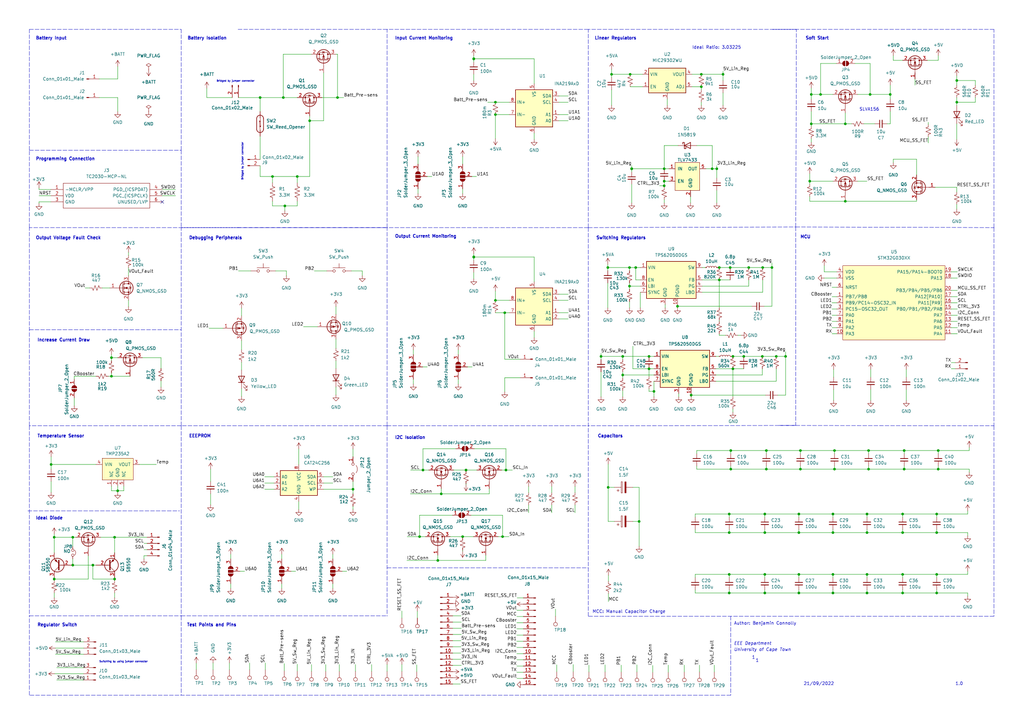
<source format=kicad_sch>
(kicad_sch (version 20211123) (generator eeschema)
  (paper "A3")
  (junction (at 327.66 243.205))
  (junction (at 189.738 220.091))
  (junction (at 370.205 218.44))
  (junction (at 327.66 218.44))
  (junction (at 194.31 105.41) (diameter 1))
  (junction (at 384.175 235.585))
  (junction (at 287.655 35.56))
  (junction (at 191.135 192.786))
  (junction (at 332.74 38.735))
  (junction (at 327.66 210.82))
  (junction (at 341.63 218.44))
  (junction (at 312.801 109.728))
  (junction (at 249.428 199.898))
  (junction (at 111.76 72.39))
  (junction (at 266.192 146.177))
  (junction (at 116.205 40.005))
  (junction (at 392.43 33.02))
  (junction (at 299.085 218.44))
  (junction (at 299.085 210.82))
  (junction (at 206.121 220.091))
  (junction (at 313.69 218.44))
  (junction (at 370.205 243.205))
  (junction (at 341.63 210.82))
  (junction (at 255.397 153.797))
  (junction (at 370.84 184.785))
  (junction (at 277.876 125.603))
  (junction (at 207.01 128.27))
  (junction (at 259.08 69.215) (diameter 1))
  (junction (at 332.105 74.295))
  (junction (at 314.325 184.785))
  (junction (at 258.445 30.48))
  (junction (at 22.225 220.345))
  (junction (at 29.845 231.775))
  (junction (at 258.191 117.348))
  (junction (at 355.6 235.585))
  (junction (at 138.43 40.005))
  (junction (at 342.265 184.785))
  (junction (at 341.63 243.205))
  (junction (at 246.507 146.177))
  (junction (at 384.81 192.405))
  (junction (at 313.69 235.585))
  (junction (at 258.191 109.728))
  (junction (at 173.482 192.786))
  (junction (at 262.128 213.868))
  (junction (at 45.72 146.685))
  (junction (at 328.295 192.405))
  (junction (at 144.78 200.66))
  (junction (at 307.086 109.728))
  (junction (at 312.674 146.177))
  (junction (at 45.72 154.305))
  (junction (at 384.175 210.82))
  (junction (at 355.6 210.82))
  (junction (at 121.92 72.39))
  (junction (at 355.6 218.44))
  (junction (at 318.389 146.177))
  (junction (at 46.99 220.345))
  (junction (at 332.74 50.8))
  (junction (at 322.199 146.177))
  (junction (at 194.31 24.13) (diameter 1))
  (junction (at 116.84 84.455))
  (junction (at 180.975 202.565))
  (junction (at 392.43 41.91))
  (junction (at 172.085 220.091))
  (junction (at 203.2 123.19))
  (junction (at 260.731 109.728))
  (junction (at 356.235 184.785))
  (junction (at 249.301 109.728))
  (junction (at 250.825 30.48))
  (junction (at 300.609 146.177))
  (junction (at 300.609 151.257))
  (junction (at 341.63 235.585))
  (junction (at 266.192 151.257))
  (junction (at 356.87 38.735))
  (junction (at 342.265 192.405))
  (junction (at 365.125 38.735))
  (junction (at 316.611 109.728))
  (junction (at 296.545 30.48))
  (junction (at 355.6 243.205))
  (junction (at 106.68 40.005))
  (junction (at 384.175 218.44))
  (junction (at 314.325 192.405))
  (junction (at 313.69 243.205))
  (junction (at 384.175 243.205))
  (junction (at 272.415 76.2))
  (junction (at 299.72 192.405))
  (junction (at 294.005 69.215))
  (junction (at 22.225 237.49))
  (junction (at 336.55 38.735))
  (junction (at 299.085 243.205))
  (junction (at 370.205 235.585))
  (junction (at 268.224 160.528))
  (junction (at 295.021 109.728))
  (junction (at 295.021 114.808))
  (junction (at 38.1 231.775))
  (junction (at 272.415 69.215))
  (junction (at 299.466 109.728))
  (junction (at 346.71 82.55))
  (junction (at 327.66 235.585))
  (junction (at 305.054 146.177))
  (junction (at 370.205 210.82))
  (junction (at 203.2 46.99))
  (junction (at 179.578 229.87))
  (junction (at 356.235 192.405))
  (junction (at 299.085 235.585))
  (junction (at 272.415 74.295))
  (junction (at 287.655 30.48))
  (junction (at 20.955 190.5))
  (junction (at 203.2 41.91))
  (junction (at 46.99 237.49))
  (junction (at 370.84 192.405))
  (junction (at 207.518 192.786))
  (junction (at 29.845 220.345))
  (junction (at 384.81 184.785))
  (junction (at 255.397 146.177))
  (junction (at 299.72 184.785))
  (junction (at 48.26 201.295))
  (junction (at 346.71 50.8))
  (junction (at 283.464 162.052))
  (junction (at 328.295 184.785))
  (junction (at 127 49.53))
  (junction (at 292.1 69.215))
  (junction (at 313.69 210.82))
  (no_connect (at 66.548 82.804))
  (wire (pts (xy 328.295 184.785) (xy 314.325 184.785)))
  (wire (pts (xy 336.55 26.035) (xy 336.55 38.735)))
  (polyline (pts (xy 326.644 12.065) (xy 241.3 12.065)))
  (polyline (pts (xy 241.3 93.345) (xy 241.3 12.065)))
  (wire (pts (xy 299.085 235.585) (xy 285.115 235.585)))
  (wire (pts (xy 328.295 192.405) (xy 342.265 192.405)))
  (polyline (pts (xy 241.3 93.345) (xy 158.75 93.345)))
  (wire (pts (xy 219.075 105.41) (xy 194.31 105.41)))
  (wire (pts (xy 258.191 123.698) (xy 258.191 126.238)))
  (wire (pts (xy 180.975 202.565) (xy 200.66 202.565)))
  (wire (pts (xy 285.115 218.44) (xy 299.085 218.44)))
  (wire (pts (xy 22.225 236.855) (xy 22.225 237.49)))
  (wire (pts (xy 108.839 271.907) (xy 108.839 274.701)))
  (wire (pts (xy 203.2 123.19) (xy 208.915 123.19)))
  (polyline (pts (xy 12.065 174.625) (xy 12.065 252.73)))
  (wire (pts (xy 45.72 146.685) (xy 45.72 147.955)))
  (wire (pts (xy 390.144 136.906) (xy 392.684 136.906)))
  (wire (pts (xy 136.525 227.33) (xy 136.525 229.235)))
  (wire (pts (xy 108.585 200.66) (xy 112.395 200.66)))
  (wire (pts (xy 370.205 241.935) (xy 370.205 243.205)))
  (wire (pts (xy 272.415 74.295) (xy 274.32 74.295)))
  (wire (pts (xy 346.71 46.355) (xy 346.71 50.8)))
  (wire (pts (xy 169.545 143.51) (xy 169.545 145.415)))
  (wire (pts (xy 327.66 235.585) (xy 313.69 235.585)))
  (wire (pts (xy 144.78 200.66) (xy 144.78 202.565)))
  (wire (pts (xy 365.125 38.735) (xy 356.87 38.735)))
  (wire (pts (xy 121.92 272.415) (xy 121.92 275.209)))
  (wire (pts (xy 211.963 252.857) (xy 214.63 252.857)))
  (wire (pts (xy 116.84 84.455) (xy 121.92 84.455)))
  (wire (pts (xy 132.08 40.005) (xy 138.43 40.005)))
  (wire (pts (xy 127 47.625) (xy 127 49.53)))
  (wire (pts (xy 227.838 249.809) (xy 227.838 252.73)))
  (polyline (pts (xy 407.67 174.625) (xy 407.67 252.73)))
  (wire (pts (xy 396.875 209.55) (xy 396.875 210.82)))
  (wire (pts (xy 293.624 156.337) (xy 318.389 156.337)))
  (wire (pts (xy 261.239 272.669) (xy 261.239 275.59)))
  (wire (pts (xy 189.738 220.599) (xy 189.738 220.091)))
  (wire (pts (xy 314.325 184.785) (xy 299.72 184.785)))
  (wire (pts (xy 229.235 39.37) (xy 233.045 39.37)))
  (wire (pts (xy 216.789 207.137) (xy 216.789 210.312)))
  (wire (pts (xy 272.415 74.295) (xy 272.415 76.2)))
  (wire (pts (xy 356.235 191.135) (xy 356.235 192.405)))
  (wire (pts (xy 98.425 234.315) (xy 100.33 234.315)))
  (wire (pts (xy 299.466 109.728) (xy 307.086 109.728)))
  (wire (pts (xy 189.738 225.679) (xy 189.738 226.06)))
  (wire (pts (xy 283.464 161.417) (xy 283.464 162.052)))
  (wire (pts (xy 262.636 114.808) (xy 260.731 114.808)))
  (wire (pts (xy 235.077 272.542) (xy 235.077 275.463)))
  (wire (pts (xy 254.762 272.796) (xy 254.762 275.59)))
  (wire (pts (xy 22.733 265.811) (xy 34.29 265.811)))
  (wire (pts (xy 140.335 234.315) (xy 142.24 234.315)))
  (wire (pts (xy 370.84 191.135) (xy 370.84 192.405)))
  (wire (pts (xy 235.839 199.517) (xy 235.839 202.057)))
  (wire (pts (xy 375.285 32.385) (xy 375.285 34.925)))
  (wire (pts (xy 171.45 64.262) (xy 171.45 67.31)))
  (wire (pts (xy 255.397 160.147) (xy 255.397 162.687)))
  (wire (pts (xy 106.68 40.005) (xy 106.68 45.72)))
  (wire (pts (xy 293.624 146.177) (xy 294.894 146.177)))
  (wire (pts (xy 30.48 154.305) (xy 30.48 155.575)))
  (wire (pts (xy 255.397 153.797) (xy 255.397 155.067)))
  (wire (pts (xy 175.26 72.39) (xy 177.165 72.39)))
  (wire (pts (xy 164.846 250.571) (xy 164.846 253.492)))
  (wire (pts (xy 319.024 162.052) (xy 322.199 162.052)))
  (wire (pts (xy 173.355 150.495) (xy 175.26 150.495)))
  (wire (pts (xy 46.99 243.205) (xy 46.99 245.11)))
  (wire (pts (xy 211.963 278.257) (xy 214.63 278.257)))
  (wire (pts (xy 384.175 210.82) (xy 384.175 212.09)))
  (wire (pts (xy 351.79 74.295) (xy 355.6 74.295)))
  (wire (pts (xy 171.45 77.47) (xy 171.45 79.375)))
  (wire (pts (xy 127 49.53) (xy 132.715 49.53)))
  (wire (pts (xy 29.845 220.345) (xy 29.845 224.155)))
  (wire (pts (xy 332.74 50.8) (xy 332.74 51.816)))
  (wire (pts (xy 327.66 241.935) (xy 327.66 243.205)))
  (wire (pts (xy 127 49.53) (xy 127 72.39)))
  (wire (pts (xy 396.875 234.315) (xy 396.875 235.585)))
  (wire (pts (xy 259.588 151.257) (xy 266.192 151.257)))
  (wire (pts (xy 23.241 278.892) (xy 34.163 278.892)))
  (wire (pts (xy 171.196 250.698) (xy 171.196 253.492)))
  (wire (pts (xy 99.06 148.59) (xy 99.06 151.765)))
  (wire (pts (xy 191.135 198.374) (xy 191.135 198.755)))
  (wire (pts (xy 45.72 201.295) (xy 48.26 201.295)))
  (polyline (pts (xy 74.295 252.603) (xy 158.75 252.603)))
  (wire (pts (xy 45.72 145.415) (xy 45.72 146.685)))
  (wire (pts (xy 307.086 117.348) (xy 307.086 114.808)))
  (wire (pts (xy 211.963 257.937) (xy 214.63 257.937)))
  (wire (pts (xy 341.63 243.205) (xy 355.6 243.205)))
  (wire (pts (xy 299.72 184.785) (xy 299.72 186.055)))
  (wire (pts (xy 390.144 114.046) (xy 392.684 114.046)))
  (wire (pts (xy 390.144 126.746) (xy 392.684 126.746)))
  (wire (pts (xy 229.235 120.65) (xy 233.045 120.65)))
  (wire (pts (xy 332.105 74.295) (xy 341.63 74.295)))
  (wire (pts (xy 44.45 154.305) (xy 45.72 154.305)))
  (wire (pts (xy 295.021 137.541) (xy 297.561 137.541)))
  (wire (pts (xy 396.875 243.205) (xy 396.875 244.475)))
  (wire (pts (xy 249.428 213.868) (xy 251.968 213.868)))
  (wire (pts (xy 84.836 40.005) (xy 95.25 40.005)))
  (wire (pts (xy 16.002 77.089) (xy 16.002 77.724)))
  (wire (pts (xy 390.144 148.717) (xy 391.795 148.717)))
  (wire (pts (xy 357.124 151.511) (xy 357.124 154.686)))
  (wire (pts (xy 267.716 272.923) (xy 267.716 275.717)))
  (wire (pts (xy 327.66 243.205) (xy 341.63 243.205)))
  (wire (pts (xy 50.8 199.39) (xy 50.8 201.295)))
  (wire (pts (xy 371.729 159.766) (xy 371.729 164.211)))
  (wire (pts (xy 80.518 272.034) (xy 80.518 274.574)))
  (wire (pts (xy 354.33 50.8) (xy 358.775 50.8)))
  (wire (pts (xy 249.301 109.728) (xy 258.191 109.728)))
  (wire (pts (xy 294.386 109.728) (xy 295.021 109.728)))
  (wire (pts (xy 48.26 201.295) (xy 48.26 201.93)))
  (wire (pts (xy 285.75 192.405) (xy 299.72 192.405)))
  (wire (pts (xy 278.384 161.417) (xy 278.384 162.687)))
  (wire (pts (xy 266.192 159.512) (xy 266.192 160.528)))
  (wire (pts (xy 40.64 32.385) (xy 48.26 32.385)))
  (wire (pts (xy 94.107 271.907) (xy 94.107 274.701)))
  (wire (pts (xy 283.464 162.052) (xy 313.944 162.052)))
  (wire (pts (xy 384.175 218.44) (xy 396.875 218.44)))
  (wire (pts (xy 355.6 235.585) (xy 355.6 236.855)))
  (wire (pts (xy 392.43 41.91) (xy 392.43 43.18)))
  (wire (pts (xy 327.66 210.82) (xy 327.66 212.09)))
  (wire (pts (xy 285.115 210.82) (xy 285.115 212.09)))
  (wire (pts (xy 184.658 220.091) (xy 189.738 220.091)))
  (wire (pts (xy 34.925 118.11) (xy 36.83 118.11)))
  (wire (pts (xy 94.615 239.395) (xy 94.615 241.3)))
  (wire (pts (xy 312.801 109.728) (xy 316.611 109.728)))
  (polyline (pts (xy 12.065 61.595) (xy 74.295 61.595)))
  (wire (pts (xy 228.346 272.669) (xy 228.346 275.463)))
  (wire (pts (xy 272.415 76.2) (xy 272.415 76.835)))
  (wire (pts (xy 259.588 141.986) (xy 259.588 151.257)))
  (wire (pts (xy 246.507 144.907) (xy 246.507 146.177)))
  (wire (pts (xy 313.69 241.935) (xy 313.69 243.205)))
  (wire (pts (xy 392.43 83.82) (xy 392.43 85.725)))
  (wire (pts (xy 299.085 241.935) (xy 299.085 243.205)))
  (wire (pts (xy 370.205 210.82) (xy 370.205 212.09)))
  (polyline (pts (xy 158.75 174.625) (xy 241.3 174.625)))
  (wire (pts (xy 296.545 30.48) (xy 287.655 30.48)))
  (wire (pts (xy 52.705 109.855) (xy 52.705 113.03)))
  (wire (pts (xy 191.77 150.495) (xy 193.675 150.495)))
  (wire (pts (xy 180.975 200.406) (xy 180.975 202.565)))
  (wire (pts (xy 132.715 198.12) (xy 136.525 198.12)))
  (wire (pts (xy 370.205 24.765) (xy 366.395 24.765)))
  (wire (pts (xy 380.746 56.134) (xy 380.746 58.6232)))
  (wire (pts (xy 285.115 243.205) (xy 299.085 243.205)))
  (polyline (pts (xy 158.75 232.918) (xy 241.3 232.918)))
  (wire (pts (xy 397.51 192.405) (xy 397.51 193.675)))
  (wire (pts (xy 285.115 241.935) (xy 285.115 243.205)))
  (wire (pts (xy 200.66 200.406) (xy 200.66 202.565)))
  (wire (pts (xy 332.74 40.64) (xy 332.74 38.735)))
  (wire (pts (xy 390.144 111.506) (xy 392.684 111.506)))
  (wire (pts (xy 313.69 210.82) (xy 313.69 212.09)))
  (wire (pts (xy 57.15 190.5) (xy 64.135 190.5)))
  (polyline (pts (xy 241.3 12.065) (xy 158.75 12.065)))
  (polyline (pts (xy 74.295 174.625) (xy 74.295 252.73)))
  (wire (pts (xy 179.578 227.711) (xy 179.578 229.87)))
  (wire (pts (xy 258.191 109.728) (xy 260.731 109.728)))
  (wire (pts (xy 366.395 22.86) (xy 366.395 24.765)))
  (wire (pts (xy 235.839 207.137) (xy 235.839 210.312)))
  (wire (pts (xy 288.036 109.728) (xy 289.306 109.728)))
  (wire (pts (xy 400.05 33.02) (xy 392.43 33.02)))
  (wire (pts (xy 189.23 257.683) (xy 185.674 257.683)))
  (wire (pts (xy 116.205 22.225) (xy 127.635 22.225)))
  (wire (pts (xy 294.005 69.215) (xy 294.005 73.025)))
  (wire (pts (xy 116.205 40.005) (xy 121.92 40.005)))
  (wire (pts (xy 370.205 235.585) (xy 355.6 235.585)))
  (wire (pts (xy 179.578 229.87) (xy 199.263 229.87)))
  (wire (pts (xy 314.325 191.135) (xy 314.325 192.405)))
  (wire (pts (xy 186.944 184.023) (xy 173.482 184.023)))
  (polyline (pts (xy 326.39 93.091) (xy 407.67 93.345)))
  (wire (pts (xy 194.31 104.14) (xy 194.31 105.41)))
  (wire (pts (xy 205.74 192.786) (xy 207.518 192.786)))
  (wire (pts (xy 132.715 29.845) (xy 132.715 49.53)))
  (wire (pts (xy 313.69 235.585) (xy 299.085 235.585)))
  (wire (pts (xy 46.99 220.345) (xy 60.325 220.345)))
  (wire (pts (xy 116.586 272.161) (xy 116.586 275.082)))
  (wire (pts (xy 262.636 119.888) (xy 262.636 126.238)))
  (wire (pts (xy 341.63 210.82) (xy 327.66 210.82)))
  (wire (pts (xy 121.92 82.55) (xy 121.92 84.455)))
  (wire (pts (xy 250.825 30.48) (xy 250.825 31.75)))
  (wire (pts (xy 371.729 151.511) (xy 371.729 154.686)))
  (wire (pts (xy 350.647 26.035) (xy 356.87 26.035)))
  (wire (pts (xy 52.705 123.19) (xy 52.705 125.73)))
  (wire (pts (xy 346.71 82.55) (xy 375.92 82.55)))
  (wire (pts (xy 292.1 59.69) (xy 292.1 69.215)))
  (wire (pts (xy 211.963 250.317) (xy 214.63 250.317)))
  (wire (pts (xy 286.893 272.796) (xy 286.893 275.59)))
  (wire (pts (xy 137.795 22.225) (xy 138.43 22.225)))
  (wire (pts (xy 36.195 237.49) (xy 22.225 237.49)))
  (polyline (pts (xy 158.75 93.345) (xy 97.155 93.345)))
  (wire (pts (xy 288.036 117.348) (xy 307.086 117.348)))
  (wire (pts (xy 370.205 217.17) (xy 370.205 218.44)))
  (wire (pts (xy 299.72 192.405) (xy 314.325 192.405)))
  (wire (pts (xy 259.08 75.565) (xy 259.08 83.185)))
  (wire (pts (xy 312.801 114.808) (xy 312.801 119.888)))
  (wire (pts (xy 272.415 81.915) (xy 272.415 83.185)))
  (wire (pts (xy 119.38 234.315) (xy 121.285 234.315)))
  (wire (pts (xy 313.69 218.44) (xy 327.66 218.44)))
  (wire (pts (xy 299.085 243.205) (xy 313.69 243.205)))
  (wire (pts (xy 318.389 146.177) (xy 322.199 146.177)))
  (wire (pts (xy 213.36 154.94) (xy 207.01 154.94)))
  (wire (pts (xy 121.92 72.39) (xy 127 72.39)))
  (wire (pts (xy 16.002 80.264) (xy 20.828 80.264)))
  (wire (pts (xy 189.103 252.603) (xy 185.674 252.603)))
  (wire (pts (xy 332.74 45.72) (xy 332.74 50.8)))
  (wire (pts (xy 193.167 211.328) (xy 206.121 211.328)))
  (wire (pts (xy 108.585 195.58) (xy 112.395 195.58)))
  (wire (pts (xy 341.884 159.766) (xy 341.884 164.211)))
  (wire (pts (xy 262.636 117.348) (xy 258.191 117.348)))
  (wire (pts (xy 136.525 239.395) (xy 136.525 241.3)))
  (wire (pts (xy 258.191 117.348) (xy 258.191 118.618)))
  (wire (pts (xy 99.06 139.7) (xy 99.06 143.51)))
  (wire (pts (xy 46.99 237.49) (xy 46.99 238.125)))
  (wire (pts (xy 272.415 69.215) (xy 272.415 59.69)))
  (polyline (pts (xy 74.295 174.625) (xy 12.065 174.625)))
  (wire (pts (xy 292.1 69.215) (xy 289.56 69.215)))
  (wire (pts (xy 363.855 50.8) (xy 365.125 50.8)))
  (polyline (pts (xy 407.67 93.345) (xy 407.67 174.625)))
  (wire (pts (xy 189.738 220.091) (xy 194.183 220.091)))
  (wire (pts (xy 266.192 160.528) (xy 268.224 160.528)))
  (wire (pts (xy 300.609 146.177) (xy 305.054 146.177)))
  (wire (pts (xy 332.74 36.195) (xy 332.74 38.735)))
  (wire (pts (xy 59.055 225.425) (xy 60.325 225.425)))
  (wire (pts (xy 66.548 80.264) (xy 72.009 80.264)))
  (wire (pts (xy 258.191 117.348) (xy 258.191 116.078)))
  (wire (pts (xy 164.846 272.542) (xy 164.846 275.336)))
  (wire (pts (xy 258.445 35.56) (xy 263.525 35.56)))
  (wire (pts (xy 313.69 210.82) (xy 299.085 210.82)))
  (wire (pts (xy 292.1 69.215) (xy 294.005 69.215)))
  (wire (pts (xy 122.555 205.74) (xy 122.555 208.915)))
  (wire (pts (xy 194.31 30.48) (xy 194.31 33.02)))
  (wire (pts (xy 375.92 65.278) (xy 366.395 65.278)))
  (polyline (pts (xy 12.065 285.115) (xy 12.065 252.73)))
  (wire (pts (xy 250.825 36.83) (xy 250.825 43.18)))
  (wire (pts (xy 124.46 133.985) (xy 130.175 133.985)))
  (wire (pts (xy 229.235 49.53) (xy 233.045 49.53)))
  (wire (pts (xy 327.66 218.44) (xy 341.63 218.44)))
  (wire (pts (xy 249.301 108.458) (xy 249.301 109.728)))
  (wire (pts (xy 189.103 265.303) (xy 185.674 265.303)))
  (wire (pts (xy 273.685 40.64) (xy 273.685 43.18)))
  (wire (pts (xy 274.32 69.215) (xy 272.415 69.215)))
  (polyline (pts (xy 97.79 93.345) (xy 12.065 93.345)))
  (wire (pts (xy 299.085 235.585) (xy 299.085 236.855)))
  (wire (pts (xy 39.37 154.305) (xy 30.48 154.305)))
  (wire (pts (xy 194.31 24.13) (xy 194.31 25.4)))
  (polyline (pts (xy 74.295 93.345) (xy 158.75 93.345)))
  (wire (pts (xy 262.128 199.898) (xy 262.128 213.868)))
  (wire (pts (xy 249.555 243.459) (xy 249.555 246.761)))
  (wire (pts (xy 285.115 235.585) (xy 285.115 236.855)))
  (wire (pts (xy 193.548 72.39) (xy 195.453 72.39)))
  (wire (pts (xy 45.72 154.305) (xy 53.34 154.305)))
  (wire (pts (xy 170.942 272.669) (xy 170.942 275.463)))
  (wire (pts (xy 343.154 111.506) (xy 338.074 111.506)))
  (wire (pts (xy 259.588 213.868) (xy 262.128 213.868)))
  (wire (pts (xy 299.085 210.82) (xy 285.115 210.82)))
  (wire (pts (xy 41.91 118.11) (xy 45.085 118.11)))
  (polyline (pts (xy 158.75 174.625) (xy 74.295 174.625)))
  (wire (pts (xy 400.05 41.91) (xy 392.43 41.91)))
  (wire (pts (xy 38.1 231.775) (xy 38.1 237.49)))
  (polyline (pts (xy 12.065 61.595) (xy 12.065 12.065)))
  (wire (pts (xy 133.604 272.542) (xy 133.604 275.336)))
  (polyline (pts (xy 74.295 61.595) (xy 74.295 12.065)))
  (polyline (pts (xy 326.39 174.498) (xy 241.3 174.625)))
  (wire (pts (xy 277.876 124.968) (xy 277.876 125.603)))
  (wire (pts (xy 332.74 56.896) (xy 332.74 58.293)))
  (wire (pts (xy 207.01 128.27) (xy 207.01 147.32)))
  (wire (pts (xy 356.235 192.405) (xy 370.84 192.405)))
  (wire (pts (xy 307.086 109.728) (xy 312.801 109.728)))
  (wire (pts (xy 106.68 40.005) (xy 116.205 40.005)))
  (wire (pts (xy 219.075 34.29) (xy 219.075 24.13)))
  (wire (pts (xy 138.43 40.005) (xy 140.97 40.005)))
  (wire (pts (xy 295.021 109.728) (xy 299.466 109.728)))
  (wire (pts (xy 29.845 220.345) (xy 31.115 220.345)))
  (wire (pts (xy 189.738 77.47) (xy 189.738 79.375)))
  (wire (pts (xy 191.135 192.786) (xy 195.58 192.786)))
  (wire (pts (xy 87.376 271.907) (xy 87.376 274.701)))
  (wire (pts (xy 400.05 34.925) (xy 400.05 33.02)))
  (wire (pts (xy 206.121 220.091) (xy 208.788 220.091)))
  (wire (pts (xy 258.445 30.48) (xy 250.825 30.48)))
  (wire (pts (xy 23.241 273.812) (xy 34.163 273.812)))
  (polyline (pts (xy 326.39 93.091) (xy 326.39 174.498)))
  (wire (pts (xy 194.31 105.41) (xy 194.31 106.68)))
  (wire (pts (xy 41.275 220.345) (xy 46.99 220.345)))
  (wire (pts (xy 187.96 143.51) (xy 187.96 145.415)))
  (wire (pts (xy 229.235 130.81) (xy 233.045 130.81)))
  (wire (pts (xy 366.395 65.278) (xy 366.395 66.675)))
  (wire (pts (xy 259.588 199.898) (xy 262.128 199.898)))
  (polyline (pts (xy 299.72 285.115) (xy 12.065 285.115)))
  (wire (pts (xy 341.63 241.935) (xy 341.63 243.205)))
  (wire (pts (xy 260.731 109.728) (xy 262.636 109.728)))
  (wire (pts (xy 139.192 272.542) (xy 139.192 275.336)))
  (wire (pts (xy 211.963 265.557) (xy 214.63 265.557)))
  (wire (pts (xy 22.225 243.205) (xy 22.225 245.11)))
  (wire (pts (xy 384.81 184.785) (xy 370.84 184.785)))
  (wire (pts (xy 45.72 199.39) (xy 45.72 201.295)))
  (wire (pts (xy 255.397 153.797) (xy 268.224 153.797)))
  (wire (pts (xy 189.103 267.843) (xy 185.674 267.843)))
  (wire (pts (xy 338.074 108.966) (xy 338.074 111.506)))
  (wire (pts (xy 287.655 41.91) (xy 287.655 43.18)))
  (wire (pts (xy 219.075 54.61) (xy 219.075 57.15)))
  (wire (pts (xy 384.175 235.585) (xy 370.205 235.585)))
  (wire (pts (xy 226.314 207.137) (xy 226.314 210.312)))
  (wire (pts (xy 355.6 218.44) (xy 370.205 218.44)))
  (wire (pts (xy 211.963 273.177) (xy 214.63 273.177)))
  (wire (pts (xy 390.144 119.126) (xy 392.684 119.126)))
  (wire (pts (xy 216.789 199.517) (xy 216.789 202.057)))
  (wire (pts (xy 66.548 77.724) (xy 72.009 77.724)))
  (wire (pts (xy 365.125 40.64) (xy 365.125 38.735)))
  (wire (pts (xy 185.547 211.328) (xy 172.085 211.328)))
  (wire (pts (xy 207.01 128.27) (xy 208.915 128.27)))
  (wire (pts (xy 249.428 190.373) (xy 249.428 199.898)))
  (wire (pts (xy 341.63 217.17) (xy 341.63 218.44)))
  (wire (pts (xy 204.343 220.091) (xy 206.121 220.091)))
  (wire (pts (xy 375.92 71.755) (xy 375.92 65.278)))
  (wire (pts (xy 332.105 71.247) (xy 332.105 74.295)))
  (wire (pts (xy 249.301 109.728) (xy 249.301 110.998)))
  (wire (pts (xy 207.518 192.786) (xy 210.185 192.786)))
  (wire (pts (xy 392.43 50.8) (xy 392.43 57.15)))
  (wire (pts (xy 106.68 72.39) (xy 106.68 67.945)))
  (wire (pts (xy 144.78 197.485) (xy 144.78 200.66)))
  (wire (pts (xy 48.26 32.385) (xy 48.26 27.305)))
  (polyline (pts (xy 11.43 209.55) (xy 73.66 209.55)))
  (wire (pts (xy 322.199 146.177) (xy 322.199 162.052)))
  (wire (pts (xy 370.205 235.585) (xy 370.205 236.855)))
  (polyline (pts (xy 74.295 174.625) (xy 74.295 93.345)))
  (wire (pts (xy 249.428 199.898) (xy 251.968 199.898)))
  (wire (pts (xy 314.325 192.405) (xy 328.295 192.405)))
  (wire (pts (xy 296.545 29.21) (xy 296.545 30.48)))
  (wire (pts (xy 206.121 211.328) (xy 206.121 220.091)))
  (wire (pts (xy 299.085 210.82) (xy 299.085 212.09)))
  (wire (pts (xy 341.884 151.511) (xy 341.884 154.686)))
  (wire (pts (xy 384.175 241.935) (xy 384.175 243.205)))
  (wire (pts (xy 336.55 26.035) (xy 343.027 26.035)))
  (polyline (pts (xy 158.75 174.625) (xy 158.75 93.345)))
  (wire (pts (xy 203.2 41.91) (xy 208.915 41.91)))
  (wire (pts (xy 316.611 107.823) (xy 316.611 109.728)))
  (wire (pts (xy 152.4 272.542) (xy 152.4 275.336)))
  (wire (pts (xy 66.04 156.21) (xy 66.04 158.75)))
  (wire (pts (xy 200.025 41.91) (xy 203.2 41.91)))
  (wire (pts (xy 277.876 125.603) (xy 277.876 126.238)))
  (wire (pts (xy 172.085 211.328) (xy 172.085 220.091)))
  (wire (pts (xy 144.78 184.15) (xy 144.78 187.325)))
  (wire (pts (xy 392.43 76.835) (xy 392.43 78.74)))
  (wire (pts (xy 305.054 146.177) (xy 312.674 146.177)))
  (wire (pts (xy 203.2 119.38) (xy 203.2 123.19)))
  (wire (pts (xy 145.796 272.542) (xy 145.796 275.336)))
  (wire (pts (xy 66.04 146.685) (xy 58.42 146.685)))
  (wire (pts (xy 293.624 151.257) (xy 300.609 151.257)))
  (wire (pts (xy 241.554 272.796) (xy 241.554 275.59)))
  (wire (pts (xy 285.115 217.17) (xy 285.115 218.44)))
  (wire (pts (xy 246.507 152.527) (xy 246.507 162.687)))
  (wire (pts (xy 355.6 210.82) (xy 355.6 212.09)))
  (wire (pts (xy 341.63 218.44) (xy 355.6 218.44)))
  (wire (pts (xy 392.43 33.02) (xy 392.43 34.925)))
  (wire (pts (xy 295.021 114.808) (xy 299.466 114.808)))
  (wire (pts (xy 194.564 184.023) (xy 207.518 184.023)))
  (wire (pts (xy 355.6 217.17) (xy 355.6 218.44)))
  (wire (pts (xy 207.01 154.94) (xy 207.01 160.655)))
  (wire (pts (xy 22.225 237.49) (xy 22.225 238.125)))
  (wire (pts (xy 322.199 144.272) (xy 322.199 146.177)))
  (wire (pts (xy 390.144 134.366) (xy 392.684 134.366)))
  (wire (pts (xy 194.31 111.76) (xy 194.31 114.3)))
  (wire (pts (xy 332.105 80.645) (xy 332.105 82.55)))
  (wire (pts (xy 313.69 217.17) (xy 313.69 218.44)))
  (wire (pts (xy 294.005 67.945) (xy 294.005 69.215)))
  (wire (pts (xy 384.175 243.205) (xy 396.875 243.205)))
  (wire (pts (xy 355.6 243.205) (xy 370.205 243.205)))
  (wire (pts (xy 283.845 30.48) (xy 287.655 30.48)))
  (wire (pts (xy 384.175 235.585) (xy 396.875 235.585)))
  (wire (pts (xy 38.1 237.49) (xy 46.99 237.49)))
  (wire (pts (xy 342.265 184.785) (xy 342.265 186.055)))
  (wire (pts (xy 316.611 109.728) (xy 316.611 125.603)))
  (wire (pts (xy 355.6 241.935) (xy 355.6 243.205)))
  (wire (pts (xy 20.955 190.5) (xy 39.37 190.5)))
  (wire (pts (xy 249.301 116.078) (xy 249.301 126.238)))
  (wire (pts (xy 113.03 111.125) (xy 117.475 111.125)))
  (polyline (pts (xy 407.67 252.73) (xy 241.3 252.73)))
  (wire (pts (xy 384.175 210.82) (xy 370.205 210.82)))
  (wire (pts (xy 211.963 255.397) (xy 214.63 255.397)))
  (wire (pts (xy 16.002 82.804) (xy 16.002 83.439)))
  (wire (pts (xy 22.733 268.351) (xy 34.29 268.351)))
  (wire (pts (xy 300.609 167.767) (xy 300.609 169.037)))
  (wire (pts (xy 132.715 200.66) (xy 144.78 200.66)))
  (wire (pts (xy 390.144 129.286) (xy 392.684 129.286)))
  (wire (pts (xy 332.105 74.295) (xy 332.105 75.565)))
  (wire (pts (xy 384.81 191.135) (xy 384.81 192.405)))
  (polyline (pts (xy 12.065 12.065) (xy 74.295 12.065)))
  (wire (pts (xy 332.74 50.8) (xy 346.71 50.8)))
  (wire (pts (xy 288.036 114.808) (xy 295.021 114.808)))
  (wire (pts (xy 22.225 219.075) (xy 22.225 220.345)))
  (wire (pts (xy 357.124 159.766) (xy 357.124 164.211)))
  (wire (pts (xy 295.021 136.906) (xy 295.021 137.541)))
  (wire (pts (xy 211.963 275.717) (xy 214.63 275.717)))
  (wire (pts (xy 341.63 235.585) (xy 327.66 235.585)))
  (wire (pts (xy 342.265 192.405) (xy 356.235 192.405)))
  (wire (pts (xy 396.875 218.44) (xy 396.875 219.71)))
  (wire (pts (xy 249.555 235.966) (xy 249.555 238.379)))
  (wire (pts (xy 111.76 72.39) (xy 106.68 72.39)))
  (wire (pts (xy 280.67 272.796) (xy 280.67 275.59)))
  (wire (pts (xy 342.265 191.135) (xy 342.265 192.405)))
  (wire (pts (xy 211.963 270.637) (xy 214.63 270.637)))
  (wire (pts (xy 194.31 22.86) (xy 194.31 24.13)))
  (wire (pts (xy 248.158 272.669) (xy 248.158 275.59)))
  (wire (pts (xy 46.99 236.855) (xy 46.99 237.49)))
  (wire (pts (xy 86.36 192.405) (xy 86.36 197.485)))
  (wire (pts (xy 203.2 128.27) (xy 207.01 128.27)))
  (wire (pts (xy 328.295 184.785) (xy 328.295 186.055)))
  (wire (pts (xy 299.72 191.135) (xy 299.72 192.405)))
  (wire (pts (xy 288.036 119.888) (xy 312.801 119.888)))
  (wire (pts (xy 219.075 24.13) (xy 194.31 24.13)))
  (wire (pts (xy 111.76 82.55) (xy 111.76 84.455)))
  (wire (pts (xy 370.205 218.44) (xy 384.175 218.44)))
  (wire (pts (xy 397.51 183.515) (xy 397.51 184.785)))
  (wire (pts (xy 313.69 235.585) (xy 313.69 236.855)))
  (wire (pts (xy 203.2 46.99) (xy 203.2 56.896)))
  (wire (pts (xy 20.955 187.325) (xy 20.955 190.5)))
  (wire (pts (xy 400.05 40.005) (xy 400.05 41.91)))
  (wire (pts (xy 375.92 82.55) (xy 375.92 81.915)))
  (wire (pts (xy 255.397 146.177) (xy 266.192 146.177)))
  (wire (pts (xy 29.845 229.235) (xy 29.845 231.775)))
  (wire (pts (xy 299.974 146.177) (xy 300.609 146.177)))
  (wire (pts (xy 259.08 69.215) (xy 259.08 70.485)))
  (polyline (pts (xy 299.72 252.73) (xy 299.72 285.115)))
  (wire (pts (xy 187.96 155.575) (xy 187.96 157.48)))
  (wire (pts (xy 250.825 28.448) (xy 250.825 30.48)))
  (wire (pts (xy 312.674 153.797) (xy 312.674 151.257)))
  (wire (pts (xy 50.8 201.295) (xy 48.26 201.295)))
  (polyline (pts (xy 316.865 12.065) (xy 407.67 12.065)))
  (wire (pts (xy 380.746 50.165) (xy 380.746 51.054)))
  (polyline (pts (xy 12.065 135.255) (xy 74.295 135.255)))
  (wire (pts (xy 172.085 220.091) (xy 174.498 220.091)))
  (wire (pts (xy 341.249 129.286) (xy 343.154 129.286)))
  (wire (pts (xy 46.99 220.345) (xy 46.99 226.695)))
  (wire (pts (xy 144.78 207.645) (xy 144.78 208.915)))
  (wire (pts (xy 116.84 84.455) (xy 116.84 86.36)))
  (wire (pts (xy 246.507 146.177) (xy 246.507 147.447)))
  (wire (pts (xy 189.103 262.763) (xy 185.674 262.763)))
  (wire (pts (xy 283.21 80.645) (xy 283.21 83.185)))
  (wire (pts (xy 266.192 154.432) (xy 266.192 151.257)))
  (wire (pts (xy 102.362 271.907) (xy 102.362 274.701)))
  (polyline (pts (xy 74.295 252.73) (xy 74.295 285.115)))
  (wire (pts (xy 292.989 272.796) (xy 292.989 275.59)))
  (wire (pts (xy 59.055 222.885) (xy 60.325 222.885)))
  (wire (pts (xy 370.84 192.405) (xy 384.81 192.405)))
  (wire (pts (xy 356.235 184.785) (xy 356.235 186.055)))
  (wire (pts (xy 356.87 26.035) (xy 356.87 38.735)))
  (wire (pts (xy 22.225 220.345) (xy 29.845 220.345)))
  (wire (pts (xy 383.54 76.835) (xy 392.43 76.835)))
  (wire (pts (xy 294.005 78.105) (xy 294.005 83.185)))
  (wire (pts (xy 137.795 158.75) (xy 137.795 161.925)))
  (wire (pts (xy 384.81 22.86) (xy 384.81 24.765)))
  (wire (pts (xy 229.235 123.19) (xy 233.045 123.19)))
  (wire (pts (xy 84.836 36.195) (xy 84.836 40.005)))
  (wire (pts (xy 169.545 155.575) (xy 169.545 157.48)))
  (wire (pts (xy 229.235 46.99) (xy 233.045 46.99)))
  (wire (pts (xy 199.263 227.711) (xy 199.263 229.87)))
  (wire (pts (xy 166.878 229.87) (xy 179.578 229.87)))
  (wire (pts (xy 86.36 202.565) (xy 86.36 207.01)))
  (polyline (pts (xy 74.295 61.595) (xy 74.295 93.345)))
  (wire (pts (xy 296.545 33.02) (xy 296.545 30.48)))
  (wire (pts (xy 97.79 40.005) (xy 106.68 40.005)))
  (wire (pts (xy 287.655 35.56) (xy 287.655 36.83)))
  (wire (pts (xy 270.51 76.2) (xy 272.415 76.2)))
  (polyline (pts (xy 326.39 93.091) (xy 326.644 12.065)))
  (wire (pts (xy 167.005 220.091) (xy 172.085 220.091)))
  (wire (pts (xy 189.103 270.383) (xy 185.674 270.383)))
  (wire (pts (xy 299.72 184.785) (xy 285.75 184.785)))
  (wire (pts (xy 207.01 147.32) (xy 213.36 147.32)))
  (wire (pts (xy 59.055 227.965) (xy 60.325 227.965)))
  (wire (pts (xy 327.66 235.585) (xy 327.66 236.855)))
  (wire (pts (xy 111.76 72.39) (xy 121.92 72.39)))
  (wire (pts (xy 59.055 227.965) (xy 59.055 229.235)))
  (wire (pts (xy 249.428 199.898) (xy 249.428 213.868)))
  (wire (pts (xy 203.2 46.99) (xy 208.915 46.99)))
  (wire (pts (xy 365.125 45.72) (xy 365.125 50.8)))
  (wire (pts (xy 48.26 146.685) (xy 45.72 146.685)))
  (wire (pts (xy 384.81 192.405) (xy 397.51 192.405)))
  (wire (pts (xy 85.725 134.62) (xy 91.44 134.62)))
  (wire (pts (xy 274.066 272.796) (xy 274.066 275.717)))
  (wire (pts (xy 36.195 227.965) (xy 36.195 237.49)))
  (wire (pts (xy 116.205 22.225) (xy 116.205 40.005)))
  (wire (pts (xy 30.48 163.195) (xy 30.48 166.37)))
  (wire (pts (xy 300.609 151.257) (xy 305.054 151.257)))
  (wire (pts (xy 229.235 128.27) (xy 233.045 128.27)))
  (wire (pts (xy 211.963 260.477) (xy 214.63 260.477)))
  (wire (pts (xy 370.84 184.785) (xy 370.84 186.055)))
  (wire (pts (xy 390.144 121.666) (xy 392.684 121.666)))
  (wire (pts (xy 189.23 255.143) (xy 185.674 255.143)))
  (wire (pts (xy 45.72 153.035) (xy 45.72 154.305)))
  (wire (pts (xy 392.43 33.02) (xy 392.43 31.115)))
  (wire (pts (xy 313.436 125.603) (xy 316.611 125.603)))
  (wire (pts (xy 355.6 235.585) (xy 341.63 235.585)))
  (wire (pts (xy 370.205 210.82) (xy 355.6 210.82)))
  (wire (pts (xy 332.74 38.735) (xy 336.55 38.735)))
  (polyline (pts (xy 12.065 174.625) (xy 12.065 93.345)))
  (wire (pts (xy 48.26 40.005) (xy 48.26 45.72)))
  (wire (pts (xy 259.08 67.945) (xy 259.08 69.215)))
  (wire (pts (xy 122.555 184.15) (xy 122.555 190.5)))
  (wire (pts (xy 341.63 210.82) (xy 341.63 212.09)))
  (wire (pts (xy 390.144 151.257) (xy 391.795 151.257)))
  (wire (pts (xy 260.731 114.808) (xy 260.731 109.728)))
  (wire (pts (xy 108.585 198.12) (xy 112.395 198.12)))
  (wire (pts (xy 384.175 235.585) (xy 384.175 236.855)))
  (wire (pts (xy 137.795 147.955) (xy 137.795 151.13)))
  (wire (pts (xy 390.144 124.206) (xy 392.684 124.206)))
  (polyline (pts (xy 158.75 12.065) (xy 97.155 12.065)))
  (wire (pts (xy 191.135 193.294) (xy 191.135 192.786)))
  (wire (pts (xy 390.144 131.826) (xy 392.684 131.826)))
  (wire (pts (xy 255.397 146.177) (xy 255.397 147.447)))
  (wire (pts (xy 212.09 245.237) (xy 214.63 245.237)))
  (wire (pts (xy 168.275 202.565) (xy 180.975 202.565)))
  (wire (pts (xy 137.795 139.065) (xy 137.795 142.875)))
  (wire (pts (xy 189.738 64.262) (xy 189.738 67.31)))
  (wire (pts (xy 22.479 276.352) (xy 34.163 276.352)))
  (wire (pts (xy 189.23 272.923) (xy 185.674 272.923)))
  (wire (pts (xy 341.249 124.206) (xy 343.154 124.206)))
  (wire (pts (xy 262.128 213.868) (xy 262.128 224.028)))
  (wire (pts (xy 327.66 217.17) (xy 327.66 218.44)))
  (wire (pts (xy 268.224 156.337) (xy 268.224 160.528)))
  (wire (pts (xy 20.828 77.724) (xy 16.002 77.724)))
  (wire (pts (xy 158.75 272.542) (xy 158.75 275.336)))
  (wire (pts (xy 258.445 30.48) (xy 263.525 30.48)))
  (wire (pts (xy 186.055 192.786) (xy 191.135 192.786)))
  (wire (pts (xy 173.482 184.023) (xy 173.482 192.786)))
  (wire (pts (xy 189.23 260.223) (xy 185.674 260.223)))
  (wire (pts (xy 300.609 151.257) (xy 300.609 162.687)))
  (wire (pts (xy 128.905 111.125) (xy 133.985 111.125)))
  (wire (pts (xy 299.085 218.44) (xy 313.69 218.44)))
  (wire (pts (xy 29.845 231.775) (xy 38.1 231.775)))
  (wire (pts (xy 168.402 192.786) (xy 173.482 192.786)))
  (wire (pts (xy 188.849 280.543) (xy 185.674 280.543)))
  (wire (pts (xy 266.192 146.177) (xy 268.224 146.177)))
  (wire (pts (xy 285.75 59.69) (xy 292.1 59.69)))
  (wire (pts (xy 380.365 24.765) (xy 384.81 24.765)))
  (wire (pts (xy 106.68 55.88) (xy 106.68 65.405)))
  (wire (pts (xy 16.002 82.804) (xy 20.828 82.804)))
  (wire (pts (xy 207.518 184.023) (xy 207.518 192.786)))
  (wire (pts (xy 246.507 146.177) (xy 255.397 146.177)))
  (wire (pts (xy 219.075 135.89) (xy 219.075 138.43)))
  (wire (pts (xy 48.26 199.39) (xy 48.26 201.295)))
  (polyline (pts (xy 319.532 174.498) (xy 407.67 174.625)))
  (wire (pts (xy 272.415 59.69) (xy 278.13 59.69)))
  (wire (pts (xy 384.81 184.785) (xy 397.51 184.785)))
  (wire (pts (xy 22.225 220.345) (xy 22.225 226.695)))
  (wire (pts (xy 283.845 35.56) (xy 287.655 35.56)))
  (wire (pts (xy 137.795 125.73) (xy 137.795 128.905)))
  (wire (pts (xy 99.06 126.365) (xy 99.06 129.54)))
  (polyline (pts (xy 158.75 174.625) (xy 158.75 252.73)))
  (wire (pts (xy 40.64 40.005) (xy 48.26 40.005)))
  (wire (pts (xy 313.69 243.205) (xy 327.66 243.205)))
  (wire (pts (xy 355.6 210.82) (xy 341.63 210.82)))
  (wire (pts (xy 327.66 210.82) (xy 313.69 210.82)))
  (wire (pts (xy 318.389 151.257) (xy 318.389 156.337)))
  (wire (pts (xy 94.615 227.33) (xy 94.615 229.235)))
  (wire (pts (xy 302.641 137.541) (xy 303.911 137.541)))
  (wire (pts (xy 211.963 263.017) (xy 214.63 263.017)))
  (polyline (pts (xy 241.3 252.73) (xy 241.3 174.625)))
  (wire (pts (xy 295.021 131.318) (xy 295.021 131.826)))
  (wire (pts (xy 268.224 160.528) (xy 268.224 162.687)))
  (wire (pts (xy 115.57 239.395) (xy 115.57 241.3)))
  (wire (pts (xy 99.06 159.385) (xy 99.06 162.56)))
  (wire (pts (xy 341.63 235.585) (xy 341.63 236.855)))
  (polyline (pts (xy 241.3 93.345) (xy 241.3 174.625)))
  (wire (pts (xy 115.57 227.33) (xy 115.57 229.235)))
  (wire (pts (xy 336.55 38.735) (xy 341.63 38.735)))
  (wire (pts (xy 219.075 115.57) (xy 219.075 105.41)))
  (wire (pts (xy 384.175 210.82) (xy 396.875 210.82)))
  (wire (pts (xy 341.249 121.666) (xy 343.154 121.666)))
  (wire (pts (xy 314.325 184.785) (xy 314.325 186.055)))
  (wire (pts (xy 299.085 217.17) (xy 299.085 218.44)))
  (wire (pts (xy 341.249 134.366) (xy 343.154 134.366)))
  (wire (pts (xy 211.963 268.097) (xy 214.63 268.097)))
  (wire (pts (xy 346.71 82.55) (xy 346.71 81.915)))
  (wire (pts (xy 328.295 191.135) (xy 328.295 192.405)))
  (wire (pts (xy 111.76 84.455) (xy 116.84 84.455)))
  (wire (pts (xy 52.705 103.505) (xy 52.705 104.775)))
  (wire (pts (xy 384.175 217.17) (xy 384.175 218.44)))
  (wire (pts (xy 341.249 136.906) (xy 343.154 136.906)))
  (wire (pts (xy 365.125 34.925) (xy 365.125 38.735)))
  (wire (pts (xy 356.235 184.785) (xy 342.265 184.785)))
  (wire (pts (xy 127.762 272.542) (xy 127.762 275.336)))
  (polyline (pts (xy 407.67 93.345) (xy 407.67 12.065)))
  (wire (pts (xy 370.205 243.205) (xy 384.175 243.205)))
  (wire (pts (xy 277.876 125.603) (xy 308.356 125.603)))
  (wire (pts (xy 22.733 263.271) (xy 34.29 263.271)))
  (wire (pts (xy 293.624 153.797) (xy 312.674 153.797)))
  (wire (pts (xy 370.84 184.785) (xy 356.235 184.785)))
  (wire (pts (xy 117.475 113.03) (xy 117.475 111.125)))
  (wire (pts (xy 341.249 126.746) (xy 343.154 126.746)))
  (wire (pts (xy 259.08 69.215) (xy 272.415 69.215)))
  (wire (pts (xy 285.75 191.135) (xy 285.75 192.405)))
  (wire (pts (xy 312.674 146.177) (xy 318.389 146.177)))
  (wire (pts (xy 229.235 41.91) (xy 233.045 41.91)))
  (wire (pts (xy 349.25 50.8) (xy 346.71 50.8)))
  (wire (pts (xy 296.545 38.1) (xy 296.545 43.18)))
  (polyline (pts (xy 12.065 93.345) (xy 12.065 61.595)))
  (wire (pts (xy 226.314 199.517) (xy 226.314 202.057)))
  (wire (pts (xy 342.265 184.785) (xy 328.295 184.785)))
  (wire (pts (xy 38.1 231.775) (xy 39.37 231.775)))
  (wire (pts (xy 332.105 82.55) (xy 346.71 82.55)))
  (wire (pts (xy 111.76 72.39) (xy 111.76 74.93)))
  (wire (pts (xy 283.464 162.052) (xy 283.464 162.687)))
  (wire (pts (xy 255.397 153.797) (xy 255.397 152.527)))
  (polyline (pts (xy 12.065 252.603) (xy 74.295 252.603)))
  (wire (pts (xy 20.955 190.5) (xy 20.955 192.405)))
  (wire (pts (xy 138.43 22.225) (xy 138.43 40.005)))
  (wire (pts (xy 258.191 109.728) (xy 258.191 110.998)))
  (wire (pts (xy 384.81 184.785) (xy 384.81 186.055)))
  (wire (pts (xy 97.79 111.125) (xy 102.87 111.125)))
  (wire (pts (xy 20.955 197.485) (xy 20.955 201.93)))
  (polyline (pts (xy 158.75 93.345) (xy 158.75 12.065)))
  (polyline (pts (xy 241.3 93.345) (xy 326.39 93.091)))
  (wire (pts (xy 341.249 131.826) (xy 343.154 131.826)))
  (wire (pts (xy 272.796 124.968) (xy 272.796 126.238)))
  (wire (pts (xy 148.59 113.03) (xy 148.59 111.125)))
  (wire (pts (xy 392.43 40.005) (xy 392.43 41.91)))
  (wire (pts (xy 356.87 38.735) (xy 351.79 38.735)))
  (wire (pts (xy 66.04 151.13) (xy 66.04 146.685)))
  (wire (pts (xy 121.92 72.39) (xy 121.92 74.93)))
  (wire (pts (xy 173.482 192.786) (xy 175.895 192.786)))
  (wire (pts (xy 132.715 195.58) (xy 136.525 195.58)))
  (wire (pts (xy 285.75 184.785) (xy 285.75 186.055)))
  (wire (pts (xy 266.192 151.257) (xy 268.224 151.257)))
  (wire (pts (xy 338.074 114.046) (xy 343.154 114.046)))
  (wire (pts (xy 144.145 111.125) (xy 148.59 111.125)))
  (wire (pts (xy 295.021 114.808) (xy 295.021 126.238)))
  (wire (pts (xy 341.249 117.856) (xy 343.154 117.856)))
  (text "1" (at 308.356 270.51 0) (effects (font (size 1.27 1.27)) (justify left bottom)))
  (text "Debugging Peripherals" (at 77.47 98.425 0) (effects (font (size 1.27 1.27) bold) (justify left bottom)))
  (text "Programming Connection" (at 14.605 66.04 0) (effects (font (size 1.27 1.27) bold) (justify left bottom)))
  (text "Capacitors" (at 245.11 179.705 0) (effects (font (size 1.27 1.27) (thickness 0.254) bold) (justify left bottom)))
  (text "Soft Start" (at 330.327 16.51 0) (effects (font (size 1.27 1.27) (thickness 0.254) bold) (justify left bottom)))
  (text "Input Current Monitoring" (at 161.925 16.51 0) (effects (font (size 1.27 1.27) (thickness 0.254) bold) (justify left bottom)))
  (text "1" (at 309.88 271.78 0) (effects (font (size 1.27 1.27)) (justify left bottom)))
  (text "Linear Regulators" (at 243.84 16.51 0) (effects (font (size 1.27 1.27) (thickness 0.254) bold) (justify left bottom)))
  (text "Output Current Monitoring" (at 161.925 97.79 0) (effects (font (size 1.27 1.27) (thickness 0.254) bold) (justify left bottom)))
  (text "MCU" (at 328.168 98.044 0) (effects (font (size 1.27 1.27) (thickness 0.254) bold) (justify left bottom)))
  (text "Output Voltage Fault Check" (at 14.605 98.425 0) (effects (font (size 1.27 1.27) bold) (justify left bottom)))
  (text "Battery Input" (at 14.605 16.51 0) (effects (font (size 1.27 1.27) (thickness 0.254) bold) (justify left bottom)))
  (text "Ideal Diode" (at 14.605 213.36 0) (effects (font (size 1.27 1.27) bold) (justify left bottom)))
  (text "Switching Regulators" (at 244.475 98.425 0) (effects (font (size 1.27 1.27) (thickness 0.254) bold) (justify left bottom)))
  (text "I2C Isolation" (at 161.925 180.34 0) (effects (font (size 1.27 1.27) (thickness 0.254) bold) (justify left bottom)))
  (text "Regulator Switch" (at 15.24 257.175 0) (effects (font (size 1.27 1.27) bold) (justify left bottom)))
  (text "Battery Isolation" (at 76.835 16.51 0) (effects (font (size 1.27 1.27) (thickness 0.254) bold) (justify left bottom)))
  (text "21/09/2022" (at 329.565 281.305 0) (effects (font (size 1.27 1.27)) (justify left bottom)))
  (text "Increase Current Draw" (at 15.24 140.335 0) (effects (font (size 1.27 1.27) bold) (justify left bottom)))
  (text "Temperature Sensor" (at 15.24 179.705 0) (effects (font (size 1.27 1.27) bold) (justify left bottom)))
  (text "Author: Benjamin Connolly" (at 300.99 256.54 0) (effects (font (size 1.27 1.27)) (justify left bottom)))
  (text "1.0" (at 391.795 281.305 0) (effects (font (size 1.27 1.27)) (justify left bottom)))
  (text "Ideal Ratio: 3.03225" (at 283.845 20.32 0) (effects (font (size 1.27 1.27)) (justify left bottom)))
  (text "Bridged by jumper connector " (at 99.822 74.041 90) (effects (font (size 0.7 0.7)) (justify left bottom)))
  (text "SLVA156" (at 352.425 45.72 0) (effects (font (size 1.27 1.27)) (justify left bottom)))
  (text "University of Cape Town" (at 300.99 267.335 0) (effects (font (size 1.27 1.27) italic) (justify left bottom)))
  (text "Switching by using jumper connector " (at 61.214 271.907 180) (effects (font (size 0.7 0.7)) (justify right bottom)))
  (text "Bridged by jumper connector " (at 88.773 33.782 0) (effects (font (size 0.7 0.7)) (justify left bottom)))
  (text "Test Points and Pins" (at 76.581 257.175 0) (effects (font (size 1.27 1.27) bold) (justify left bottom)))
  (text "MCC: Manual Capacitor Charge" (at 242.951 251.714 0) (effects (font (size 1.27 1.27)) (justify left bottom)))
  (text "EEEPROM" (at 77.47 179.705 0) (effects (font (size 1.27 1.27) bold) (justify left bottom)))
  (text "EEE Department" (at 300.99 264.795 0) (effects (font (size 1.27 1.27) italic) (justify left bottom)))
  (label "U6A2" (at 108.585 200.66 180))
  (label "PB2" (at 211.963 265.557 180))
  (label "RESET_SS_FET" (at 212.09 245.237 180))
  (label "3V3_IN" (at 59.055 220.345 180))
  (label "SS_FET" (at 380.746 50.165 180))
  (label "SS_FET" (at 335.915 50.8 0))
  (label "CTRL_3V3" (at 270.51 76.2 180))
  (label "I2C_Conn" (at 267.716 272.923 90))
  (label "5V_Sw_Reg" (at 316.611 107.823 180))
  (label "RX" (at 341.249 136.906 180))
  (label "SCL" (at 189.23 255.143 0))
  (label "3V3_Sw_Reg" (at 23.241 278.892 0))
  (label "SDA_In" (at 208.788 220.091 0))
  (label "PB2" (at 128.905 111.125 180))
  (label "SS_FET" (at 170.942 272.669 90))
  (label "3V3_Lin_Reg" (at 294.005 67.945 0))
  (label "VOut" (at 211.963 250.317 180))
  (label "5V_Lin_Reg" (at 296.545 29.21 0))
  (label "I2C_Conn" (at 216.789 210.312 180))
  (label "CTRL_3V3" (at 152.4 272.542 90))
  (label "U6A2" (at 142.24 234.315 0))
  (label "CTRL_3V3" (at 259.588 141.986 0))
  (label "PB2" (at 261.239 272.669 90))
  (label "I2C_Conn" (at 392.684 129.286 0))
  (label "SDA" (at 233.045 39.37 0))
  (label "U1A1" (at 195.453 72.39 0))
  (label "SWCLK" (at 72.009 80.264 180))
  (label "I2C_Conn" (at 211.963 268.097 180))
  (label "PB1" (at 341.249 129.286 180))
  (label "SCL" (at 392.684 124.206 0))
  (label "VOut_Fault" (at 292.989 272.796 90))
  (label "TX" (at 286.893 272.796 90))
  (label "SWDIO" (at 392.684 114.046 0))
  (label "PB1" (at 97.79 111.125 180))
  (label "CBooster" (at 211.963 255.397 180))
  (label "SS_FET" (at 188.849 280.543 0))
  (label "TX" (at 211.963 275.717 180))
  (label "SDA" (at 189.103 252.603 0))
  (label "NRST" (at 341.249 117.856 180))
  (label "RESET_SS_FET" (at 392.43 76.835 0))
  (label "LED1" (at 85.725 134.62 180))
  (label "RX" (at 390.144 151.257 180))
  (label "CTRL_3V3" (at 392.684 126.746 0))
  (label "U1A1" (at 233.045 46.99 0))
  (label "VOut_Fault" (at 392.684 136.906 0))
  (label "MCC" (at 228.346 272.669 90))
  (label "MCC" (at 249.555 246.761 0))
  (label "3V3_Lin_Reg" (at 189.103 267.843 0))
  (label "VOut_Fault" (at 211.963 278.257 180))
  (label "I2C_Conn" (at 168.275 202.565 0))
  (label "5V_Sw_Reg" (at 189.23 260.223 0))
  (label "5V_Lin_Reg" (at 189.103 262.763 0))
  (label "Temp" (at 64.135 190.5 0))
  (label "SCL" (at 168.402 192.786 0))
  (label "U4A1" (at 193.675 150.495 0))
  (label "U4A1" (at 233.045 128.27 0))
  (label "SDA" (at 136.525 195.58 0))
  (label "3V3_Lin_Reg" (at 23.241 273.812 0))
  (label "SCL_In" (at 210.185 192.786 0))
  (label "5V_Sw_Reg" (at 246.507 144.907 0))
  (label "SDA" (at 233.045 120.65 0))
  (label "TX" (at 341.249 134.366 180))
  (label "Temp" (at 274.066 272.796 90))
  (label "U1A0" (at 233.045 49.53 0))
  (label "SDA" (at 392.684 121.666 0))
  (label "3V3_Sw_Reg" (at 133.604 272.542 90))
  (label "SCL" (at 233.045 41.91 0))
  (label "MCC" (at 211.963 252.857 180))
  (label "5V_Lin_Reg" (at 259.08 67.945 180))
  (label "SDA" (at 102.362 271.907 90))
  (label "SWCLK" (at 392.684 111.506 0))
  (label "CBooster" (at 38.735 154.305 180))
  (label "LED2" (at 341.249 126.746 180))
  (label "LED2" (at 211.963 260.477 180))
  (label "SCL" (at 108.839 271.907 90))
  (label "SS_FET" (at 355.6 74.295 0))
  (label "Temp" (at 392.684 134.366 0))
  (label "SDA" (at 59.055 225.425 180))
  (label "U6A1" (at 108.585 198.12 180))
  (label "U4A0" (at 175.26 150.495 0))
  (label "3V3_IN" (at 189.103 270.383 0))
  (label "CTRL_3V3" (at 189.23 272.923 0))
  (label "SCL" (at 59.055 222.885 180))
  (label "SDA" (at 226.314 210.312 180))
  (label "MCU_SS_FET" (at 392.684 119.126 0))
  (label "NRST" (at 16.002 80.264 0))
  (label "5V_Lin_Reg" (at 127.762 272.542 90))
  (label "PB1" (at 211.963 263.017 180))
  (label "SDA" (at 167.005 220.091 0))
  (label "PB1" (at 254.762 272.796 90))
  (label "U6A0" (at 108.585 195.58 180))
  (label "3V3_IN" (at 145.796 272.542 90))
  (label "Batt_Pre-sens" (at 116.586 272.161 90))
  (label "RX" (at 211.963 273.177 180))
  (label "I2C_Conn" (at 166.878 229.87 0))
  (label "5V_Lin_Reg" (at 22.733 263.271 0))
  (label "VOut" (at 208.28 147.32 0))
  (label "U6A1" (at 121.285 234.315 0))
  (label "3V3_Sw_Reg" (at 189.103 265.303 0))
  (label "VOut" (at 227.838 249.809 90))
  (label "Batt_Pre-sens" (at 200.025 41.91 180))
  (label "LED1" (at 341.249 124.206 180))
  (label "U1A0" (at 177.165 72.39 0))
  (label "3V3_Sw_Reg" (at 322.199 144.272 180))
  (label "3V3_Lin_Reg" (at 139.192 272.542 90))
  (label "SCL" (at 233.045 123.19 0))
  (label "VOut_Fault" (at 52.705 112.268 0))
  (label "SCL" (at 235.839 210.312 180))
  (label "SCL" (at 136.525 198.12 0))
  (label "RX" (at 280.67 272.796 90))
  (label "SS_FET" (at 375.285 34.925 0))
  (label "U4A0" (at 233.045 130.81 0))
  (label "SWDIO" (at 72.009 77.724 180))
  (label "Batt_Pre-sens" (at 140.97 40.005 0))
  (label "PB2" (at 341.249 131.826 180))
  (label "LED2" (at 124.46 133.985 180))
  (label "RESET_SS_FET" (at 164.846 250.571 90))
  (label "CBooster" (at 235.077 272.542 90))
  (label "Batt_Pre-sens" (at 189.23 257.683 0))
  (label "LED2" (at 248.158 272.669 90))
  (label "Temp" (at 211.963 270.637 180))
  (label "MCU_SS_FET" (at 380.746 58.6232 180))
  (label "U6A0" (at 100.33 234.315 0))
  (label "5V_Sw_Reg" (at 22.733 268.351 0))
  (label "VOut" (at 34.925 118.11 180))
  (label "LED1" (at 211.963 257.937 180))
  (label "TX" (at 390.144 148.717 180))
  (label "CBooster" (at 341.249 121.666 180))
  (label "RESET_SS_FET" (at 392.684 131.826 0))
  (label "LED1" (at 241.554 272.796 90))
  (label "5V_Sw_Reg" (at 121.92 272.415 90))
  (symbol (lib_id "power:GND") (at 48.26 201.93 0) (unit 1)
    (property "Reference" "#PWR0153" (effects hide))
    (property "Value" "GND" (at 48.26 206.375 0))
  )
  (symbol (lib_id "Device:C_Small") (at 371.729 157.226 0) (unit 1)
    (property "Reference" "C13" (at 374.65 155.9622 0) (effects (justify left)))
    (property "Value" "100n" (at 374.65 158.5022 0) (effects (justify left)))
    (property "Footprint" "Capacitor_SMD:C_0402_1005Metric" (effects hide))
    (property "LCSC" "C307331" (effects hide))
    (property "Populate" "1" (effects hide))
  )
  (symbol (lib_id "Device:R_Small_US") (at 41.91 154.305 270) (mirror x) (unit 1)
    (property "Reference" "R19" (at 40.005 159.385 90) (effects (justify left)))
    (property "Value" "1k2" (at 40.005 157.48 90) (effects (justify left)))
    (property "Footprint" "Resistor_SMD:R_0402_1005Metric" (effects hide))
    (property "LCSC" "C25862" (effects hide))
    (property "Populate" "1" (effects hide))
  )
  (symbol (lib_id "power:GND") (at 277.876 126.238 0) (unit 1)
    (property "Reference" "#PWR054" (effects hide))
    (property "Value" "GND" (at 277.876 131.318 0))
  )
  (symbol (lib_id "Device:C_Small") (at 341.884 157.226 0) (unit 1)
    (property "Reference" "C11" (at 345.44 155.9622 0) (effects (justify left)))
    (property "Value" "10u" (at 345.44 158.5022 0) (effects (justify left)))
    (property "Footprint" "Capacitor_SMD:C_0603_1608Metric" (effects hide))
    (property "LCSC" "C96446" (effects hide))
    (property "Populate" "1" (effects hide))
  )
  (symbol (lib_id "power:GND") (at 137.795 161.925 0) (unit 1)
    (property "Reference" "#PWR013" (effects hide))
    (property "Value" "GND" (at 137.795 167.005 0))
  )
  (symbol (lib_id "Device:C_Small") (at 316.484 162.052 90) (unit 1)
    (property "Reference" "C46" (at 316.484 167.132 90))
    (property "Value" "22u" (at 316.484 165.227 90))
    (property "Footprint" "Capacitor_SMD:C_1206_3216Metric" (effects hide))
    (property "LCSC" "C12891" (effects hide))
    (property "Populate" "1" (effects hide))
  )
  (symbol (lib_id "power:GND") (at 148.59 113.03 0) (unit 1)
    (property "Reference" "#PWR014" (effects hide))
    (property "Value" "GND" (at 148.59 118.11 0))
  )
  (symbol (lib_id "Device:R_Small_US") (at 249.555 240.919 0) (unit 1)
    (property "Reference" "R44" (at 251.46 239.6489 0) (effects (justify left)))
    (property "Value" "2k2" (at 251.46 242.1889 0) (effects (justify left)))
    (property "Footprint" "Resistor_SMD:R_0402_1005Metric" (effects hide))
    (property "LCSC" "C25879" (effects hide))
    (property "Populate" "1" (effects hide))
  )
  (symbol (lib_id "Device:C_Small") (at 272.415 71.755 0) (unit 1)
    (property "Reference" "C5" (at 266.065 71.12 0) (effects (justify left)))
    (property "Value" "10u" (at 266.065 73.025 0) (effects (justify left)))
    (property "Footprint" "Capacitor_SMD:C_0603_1608Metric" (effects hide))
    (property "LCSC" "C96446" (effects hide))
    (property "Populate" "1" (effects hide))
  )
  (symbol (lib_id "Device:R_US") (at 121.92 78.74 0) (unit 1)
    (property "Reference" "R2" (at 124.46 77.4699 0) (effects (justify left)))
    (property "Value" "3.3M" (at 124.46 80.0099 0) (effects (justify left)))
    (property "Footprint" "Resistor_SMD:R_0603_1608Metric" (effects hide))
    (property "LCSC" "C177399" (effects hide))
    (property "Populate" "1" (effects hide))
  )
  (symbol (lib_id "Device:R_Small_US") (at 258.191 121.158 0) (mirror y) (unit 1)
    (property "Reference" "R33" (at 255.651 121.158 0) (effects (justify left)))
    (property "Value" "100k" (at 257.556 123.063 0) (effects (justify left)))
    (property "Footprint" "Resistor_SMD:R_0402_1005Metric" (effects hide))
    (property "LCSC" "C25741" (effects hide))
    (property "Populate" "1" (effects hide))
  )
  (symbol (lib_id "Device:C_Small") (at 355.6 214.63 0) (unit 1)
    (property "Reference" "C32" (at 358.14 213.3662 0) (effects (justify left)))
    (property "Value" "100u" (at 358.14 215.9062 0) (effects (justify left)))
    (property "Footprint" "Capacitor_SMD:C_1206_3216Metric" (effects hide))
    (property "LCSC" "C15008" (effects hide))
    (property "Populate" "1" (effects hide))
  )
  (symbol (lib_id "Device:R_Small_US") (at 332.105 78.105 0) (mirror y) (unit 1)
    (property "Reference" "R12" (at 337.185 77.47 0) (effects (justify left)))
    (property "Value" "100k" (at 338.455 79.375 0) (effects (justify left)))
    (property "Footprint" "Resistor_SMD:R_0402_1005Metric" (effects hide))
    (property "LCSC" "C25741" (effects hide))
    (property "Populate" "1" (effects hide))
  )
  (symbol (lib_id "power:GND") (at 94.615 241.3 0) (unit 1)
    (property "Reference" "#PWR026" (effects hide))
    (property "Value" "GND" (at 94.615 246.38 0))
  )
  (symbol (lib_id "power:GND") (at 272.796 126.238 0) (unit 1)
    (property "Reference" "#PWR052" (effects hide))
    (property "Value" "GND" (at 272.796 131.318 0))
  )
  (symbol (lib_id "Connector:TestPoint") (at 292.989 275.59 180) (unit 1)
    (property "Reference" "TP29" (at 292.481 281.178 0) (effects (justify right)))
    (property "Value" "TestPoint" (effects hide))
    (property "Footprint" "TestPoint:TestPoint_Pad_2.0x2.0mm" (effects hide))
    (property "Populate" "0" (effects hide))
    (property "LCSC" "DNP" (effects hide))
  )
  (symbol (lib_id "power:+5VD") (at 22.733 265.811 90) (unit 1)
    (property "Reference" "#PWR040" (effects hide))
    (property "Value" "+5VD" (at 17.018 265.811 90))
  )
  (symbol (lib_id "power:+3V3") (at 338.074 108.966 0) (unit 1)
    (property "Reference" "#PWR073" (effects hide))
    (property "Value" "+3V3" (at 338.074 104.14 0))
  )
  (symbol (lib_id "Device:C_Small") (at 194.31 109.22 0) (unit 1)
    (property "Reference" "C9" (at 196.85 107.9562 0) (effects (justify left)))
    (property "Value" "100n" (at 196.85 110.4962 0) (effects (justify left)))
    (property "Footprint" "Capacitor_SMD:C_0402_1005Metric" (effects hide))
    (property "LCSC" "C307331" (effects hide))
    (property "Populate" "1" (effects hide))
  )
  (symbol (lib_id "power:+5V") (at 397.51 183.515 0) (unit 1)
    (property "Reference" "#PWR017" (effects hide))
    (property "Value" "+5V" (at 397.51 179.07 0))
  )
  (symbol (lib_id "power:+BATT") (at 185.674 244.983 270) (unit 1)
    (property "Reference" "#PWR049" (effects hide))
    (property "Value" "+BATT" (at 191.643 243.84 90))
  )
  (symbol (lib_id "power:GND") (at 259.08 83.185 0) (unit 1)
    (property "Reference" "#PWR0125" (effects hide))
    (property "Value" "GND" (at 259.08 88.265 0))
  )
  (symbol (lib_id "Device:C_Small") (at 332.74 43.18 0) (unit 1)
    (property "Reference" "C6" (at 335.28 41.9162 0) (effects (justify left)))
    (property "Value" "10u" (at 335.28 44.4562 0) (effects (justify left)))
    (property "Footprint" "Capacitor_SMD:C_0603_1608Metric" (effects hide))
    (property "LCSC" "C96446" (effects hide))
    (property "Populate" "1" (effects hide))
  )
  (symbol (lib_id "Device:R_Small_US") (at 52.705 107.315 0) (mirror y) (unit 1)
    (property "Reference" "R15" (at 57.785 106.68 0) (effects (justify left)))
    (property "Value" "100k" (at 59.055 108.585 0) (effects (justify left)))
    (property "Footprint" "Resistor_SMD:R_0402_1005Metric" (effects hide))
    (property "LCSC" "C25741" (effects hide))
    (property "Populate" "1" (effects hide))
  )
  (symbol (lib_id "Connector:TestPoint") (at 286.893 275.59 180) (unit 1)
    (property "Reference" "TP28" (at 286.385 281.178 0) (effects (justify right)))
    (property "Value" "TestPoint" (effects hide))
    (property "Footprint" "TestPoint:TestPoint_Pad_2.0x2.0mm" (effects hide))
    (property "Populate" "0" (effects hide))
    (property "LCSC" "DNP" (effects hide))
  )
  (symbol (lib_id "power:GND") (at 268.224 162.687 0) (unit 1)
    (property "Reference" "#PWR048" (effects hide))
    (property "Value" "GND" (at 268.224 167.767 0))
  )
  (symbol (lib_id "Device:R_US") (at 111.76 78.74 0) (unit 1)
    (property "Reference" "R1" (at 114.3 77.4699 0) (effects (justify left)))
    (property "Value" "3.3M" (at 114.3 80.0099 0) (effects (justify left)))
    (property "Footprint" "Resistor_SMD:R_0603_1608Metric" (effects hide))
    (property "LCSC" "C177399" (effects hide))
    (property "Populate" "1" (effects hide))
  )
  (symbol (lib_id "power:+BATT") (at 80.518 272.034 0) (unit 1)
    (property "Reference" "#PWR058" (effects hide))
    (property "Value" "+BATT" (at 80.518 266.065 90))
  )
  (symbol (lib_id "power:GND") (at 262.128 224.028 0) (unit 1)
    (property "Reference" "#PWR016" (effects hide))
    (property "Value" "GND" (at 262.128 228.473 0))
  )
  (symbol (lib_id "power:GND") (at 262.636 126.238 0) (unit 1)
    (property "Reference" "#PWR050" (effects hide))
    (property "Value" "GND" (at 262.636 131.318 0))
  )
  (symbol (lib_id "Device:C_Small") (at 384.81 188.595 0) (unit 1)
    (property "Reference" "C40" (at 387.35 187.3312 0) (effects (justify left)))
    (property "Value" "100u" (at 387.35 189.8712 0) (effects (justify left)))
    (property "Footprint" "Capacitor_SMD:C_1206_3216Metric" (effects hide))
    (property "LCSC" "C15008" (effects hide))
    (property "Populate" "1" (effects hide))
  )
  (symbol (lib_id "power:GND") (at 272.415 83.185 0) (unit 1)
    (property "Reference" "#PWR0126" (effects hide))
    (property "Value" "GND" (at 272.415 88.265 0))
  )
  (symbol (lib_id "power:GND") (at 219.075 138.43 0) (unit 1)
    (property "Reference" "#PWR0101" (effects hide))
    (property "Value" "GND" (at 219.075 142.875 0))
  )
  (symbol (lib_id "Device:C_Small") (at 266.192 148.717 0) (unit 1)
    (property "Reference" "C48" (at 260.985 148.082 0) (effects (justify left)))
    (property "Value" "10u" (at 260.985 149.987 0) (effects (justify left)))
    (property "Footprint" "Capacitor_SMD:C_0603_1608Metric" (effects hide))
    (property "LCSC" "C96446" (effects hide))
    (property "Populate" "1" (effects hide))
  )
  (symbol (lib_id "power:+3V3") (at 371.729 151.511 0) (unit 1)
    (property "Reference" "#PWR077" (effects hide))
    (property "Value" "+3V3" (at 371.729 146.685 0))
  )
  (symbol (lib_id "Analog_ADC:INA219AxD") (at 219.075 44.45 0) (unit 1)
    (property "Reference" "U1" (at 221.0944 31.115 0) (effects (justify left)))
    (property "Value" "INA219AxD" (at 227.33 34.29 0) (effects (justify left)))
    (property "Footprint" "Package_SO:SOIC-8_3.9x4.9mm_P1.27mm" (effects hide))
    (property "Datasheet" "http://www.ti.com/lit/ds/symlink/ina219.pdf" (effects hide))
    (property "LCSC" "C138706" (effects hide))
    (property "Populate" "1" (effects hide))
  )
  (symbol (lib_id "Device:R_Small_US") (at 258.191 113.538 0) (mirror y) (unit 1)
    (property "Reference" "R32" (at 255.651 112.268 0) (effects (justify left)))
    (property "Value" "130k" (at 257.556 114.173 0) (effects (justify left)))
    (property "Footprint" "Resistor_SMD:R_2512_6332Metric_Pad1.40x3.35mm_HandSolder" (effects hide))
    (property "LCSC" "DNP" (effects hide))
    (property "Populate" "0" (effects hide))
  )
  (symbol (lib_id "Device:C_Small") (at 365.125 43.18 0) (unit 1)
    (property "Reference" "C8" (at 368.3 41.9162 0) (effects (justify left)))
    (property "Value" "10u" (at 368.3 44.4562 0) (effects (justify left)))
    (property "Footprint" "Capacitor_SMD:C_0603_1608Metric" (effects hide))
    (property "LCSC" "C96446" (effects hide))
    (property "Populate" "1" (effects hide))
  )
  (symbol (lib_id "Connector:Conn_01x15_Male") (at 180.594 262.763 0) (unit 1)
    (property "Reference" "J7" (at 184.023 239.776 0))
    (property "Value" "Conn_01x15_Male" (at 184.023 237.236 0))
    (property "Footprint" "Connector_PinHeader_2.54mm:PinHeader_1x15_P2.54mm_Vertical" (effects hide))
    (property "Populate" "0" (effects hide))
    (property "LCSC" "DNP" (effects hide))
  )
  (symbol (lib_id "Device:R_Small_US") (at 266.192 156.972 0) (mirror y) (unit 1)
    (property "Reference" "R42" (at 262.382 156.337 0) (effects (justify left)))
    (property "Value" "100k" (at 264.287 158.242 0) (effects (justify left)))
    (property "Footprint" "Resistor_SMD:R_0402_1005Metric" (effects hide))
    (property "LCSC" "C25741" (effects hide))
    (property "Populate" "1" (effects hide))
  )
  (symbol (lib_id "Transistor_BJT:S8550") (at 24.765 231.775 180) (unit 1)
    (property "Reference" "Q11" (at 17.78 230.505 90) (effects (justify left)))
    (property "Value" "S8550" (at 19.685 228.6 90) (effects (justify left)))
    (property "Footprint" "Package_TO_SOT_SMD:SOT-23" (effects hide))
    (property "Datasheet" "http://www.unisonic.com.tw/datasheet/S8550.pdf" (effects hide))
    (property "LCSC" "C105432" (effects hide))
    (property "Populate" "1" (effects hide))
  )
  (symbol (lib_id "Device:Q_PMOS_GSD") (at 36.195 222.885 270) (mirror x) (unit 1)
    (property "Reference" "Q12" (at 36.195 213.995 90))
    (property "Value" "Q_PMOS_GSD" (at 36.83 216.535 90))
    (property "Footprint" "Package_TO_SOT_SMD:SOT-23" (effects hide))
    (property "LCSC" "C15127" (effects hide))
    (property "Populate" "1" (effects hide))
  )
  (symbol (lib_id "power:GND") (at 99.06 162.56 0) (unit 1)
    (property "Reference" "#PWR010" (effects hide))
    (property "Value" "GND" (at 99.06 167.64 0))
  )
  (symbol (lib_id "Device:Q_PMOS_GSD") (at 346.71 76.835 270) (mirror x) (unit 1)
    (property "Reference" "Q5" (at 346.71 67.31 90))
    (property "Value" "Q_PMOS_GSD" (at 346.71 69.85 90))
    (property "Footprint" "Package_TO_SOT_SMD:SOT-23" (effects hide))
    (property "LCSC" "C15127" (effects hide))
    (property "Populate" "1" (effects hide))
  )
  (symbol (lib_id "Connector:TestPoint") (at 108.839 274.701 180) (unit 1)
    (property "Reference" "TP5" (at 108.331 280.289 0) (effects (justify right)))
    (property "Value" "TestPoint" (effects hide))
    (property "Footprint" "TestPoint:TestPoint_Pad_2.0x2.0mm" (effects hide))
    (property "Populate" "0" (effects hide))
    (property "LCSC" "DNP" (effects hide))
  )
  (symbol (lib_id "Device:Q_PMOS_GSD") (at 127 42.545 270) (mirror x) (unit 1)
    (property "Reference" "Q1" (at 123.825 33.02 90))
    (property "Value" "Q_PMOS_GSD" (at 123.825 35.56 90))
    (property "Footprint" "Package_TO_SOT_SMD:SOT-23" (effects hide))
    (property "LCSC" "C15127" (effects hide))
    (property "Populate" "1" (effects hide))
  )
  (symbol (lib_id "power:+3V3") (at 189.738 226.06 180) (unit 1)
    (property "Reference" "#PWR036" (effects hide))
    (property "Value" "+3V3" (at 193.167 227.838 0))
  )
  (symbol (lib_id "Device:C_Small") (at 313.69 239.395 0) (unit 1)
    (property "Reference" "C24" (at 316.23 238.1312 0) (effects (justify left)))
    (property "Value" "100u" (at 316.23 240.6712 0) (effects (justify left)))
    (property "Footprint" "Capacitor_SMD:C_1206_3216Metric" (effects hide))
    (property "LCSC" "C15008" (effects hide))
    (property "Populate" "1" (effects hide))
  )
  (symbol (lib_id "power:+5V") (at 365.125 34.925 0) (unit 1)
    (property "Reference" "#PWR0133" (effects hide))
    (property "Value" "+5V" (at 365.125 29.845 0))
  )
  (symbol (lib_id "Device:R_Small_US") (at 392.43 81.28 0) (mirror y) (unit 1)
    (property "Reference" "R13" (at 397.51 80.645 0) (effects (justify left)))
    (property "Value" "100k" (at 398.78 82.55 0) (effects (justify left)))
    (property "Footprint" "Resistor_SMD:R_0402_1005Metric" (effects hide))
    (property "LCSC" "C25741" (effects hide))
    (property "Populate" "1" (effects hide))
  )
  (symbol (lib_id "power:+3V3") (at 171.45 64.262 0) (unit 1)
    (property "Reference" "#PWR057" (effects hide))
    (property "Value" "+3V3" (at 171.45 59.182 0))
  )
  (symbol (lib_id "Device:R_Small_US") (at 137.795 145.415 0) (unit 1)
    (property "Reference" "R21" (at 139.7 144.1449 0) (effects (justify left)))
    (property "Value" "1k2" (at 139.7 146.6849 0) (effects (justify left)))
    (property "Footprint" "Resistor_SMD:R_0402_1005Metric" (effects hide))
    (property "LCSC" "C25862" (effects hide))
    (property "Populate" "1" (effects hide))
  )
  (symbol (lib_id "Device:LED") (at 392.43 46.99 90) (unit 1)
    (property "Reference" "D2" (at 395.605 47.3074 90) (effects (justify right)))
    (property "Value" "Red_LED" (at 395.605 49.8474 90) (effects (justify right)))
    (property "Footprint" "LED_SMD:LED_0603_1608Metric" (effects hide))
    (property "LCSC" "C2286" (effects hide))
    (property "Populate" "1" (effects hide))
  )
  (symbol (lib_id "power:+5VD") (at 332.74 36.195 0) (unit 1)
    (property "Reference" "#PWR072" (effects hide))
    (property "Value" "+5VD" (at 332.74 31.877 0))
  )
  (symbol (lib_id "Device:R_Small_US") (at 300.609 165.227 0) (mirror y) (unit 1)
    (property "Reference" "R35" (at 299.339 164.592 0) (effects (justify left)))
    (property "Value" "100k" (at 299.339 166.497 0) (effects (justify left)))
    (property "Footprint" "Resistor_SMD:R_0402_1005Metric" (effects hide))
    (property "LCSC" "C25741" (effects hide))
    (property "Populate" "1" (effects hide))
  )
  (symbol (lib_id "Device:R_Small_US") (at 189.738 223.139 0) (mirror y) (unit 1)
    (property "Reference" "R26" (at 187.833 221.869 0) (effects (justify left)))
    (property "Value" "4k7" (at 187.833 223.774 0) (effects (justify left)))
    (property "Footprint" "Resistor_SMD:R_0402_1005Metric" (effects hide))
    (property "LCSC" "C25900" (effects hide))
    (property "Populate" "1" (effects hide))
  )
  (symbol (lib_id "Device:C_Small") (at 249.301 113.538 0) (unit 1)
    (property "Reference" "C43" (at 249.936 117.983 0) (effects (justify left)))
    (property "Value" "10u" (at 249.936 116.078 0) (effects (justify left)))
    (property "Footprint" "Capacitor_SMD:C_0603_1608Metric" (effects hide))
    (property "LCSC" "C96446" (effects hide))
    (property "Populate" "1" (effects hide))
  )
  (symbol (lib_id "Device:L_Small") (at 291.846 109.728 90) (unit 1)
    (property "Reference" "L2" (at 291.846 104.648 90))
    (property "Value" "10uH" (at 291.846 107.188 90))
    (property "Footprint" "Inductor_SMD:L_1008_2520Metric_Pad1.43x2.20mm_HandSolder" (effects hide))
    (property "Populate" "0" (effects hide))
    (property "LCSC" "DNP " (effects hide))
  )
  (symbol (lib_id "Regulator_Linear:MIC29302WU") (at 273.685 33.02 0) (unit 1)
    (property "Reference" "U2" (at 273.685 22.225 0))
    (property "Value" "MIC29302WU" (at 273.685 24.765 0))
    (property "Footprint" "Package_TO_SOT_SMD:TO-263-5_TabPin3" (effects hide))
    (property "Datasheet" "http://ww1.microchip.com/downloads/en/devicedoc/20005685a.pdf" (effects hide))
    (property "LCSC" "C11149" (effects hide))
    (property "Populate" "1" (effects hide))
  )
  (symbol (lib_id "Device:R_Small_US") (at 295.021 134.366 0) (mirror y) (unit 1)
    (property "Reference" "R45" (at 293.751 133.731 0) (effects (justify left)))
    (property "Value" "22k" (at 293.751 135.636 0) (effects (justify left)))
    (property "Footprint" "Resistor_SMD:R_0603_1608Metric" (effects hide))
    (property "LCSC" "C31850" (effects hide))
    (property "Populate" "1" (effects hide))
  )
  (symbol (lib_id "power:GND") (at 396.875 219.71 0) (unit 1)
    (property "Reference" "#PWR0158" (effects hide))
    (property "Value" "GND" (at 396.875 224.155 0))
  )
  (symbol (lib_id "power:+5V") (at 214.63 247.777 90) (unit 1)
    (property "Reference" "#PWR085" (effects hide))
    (property "Value" "+5V" (at 209.804 247.015 90))
  )
  (symbol (lib_id "power:+5V") (at 171.196 250.698 0) (unit 1)
    (property "Reference" "#PWR067" (effects hide))
    (property "Value" "+5V" (at 171.196 247.142 0))
  )
  (symbol (lib_id "Connector:TestPoint") (at 121.92 275.209 180) (unit 1)
    (property "Reference" "TP7" (at 121.412 280.797 0) (effects (justify right)))
    (property "Value" "TestPoint" (effects hide))
    (property "Footprint" "TestPoint:TestPoint_Pad_2.0x2.0mm" (effects hide))
    (property "Populate" "0" (effects hide))
    (property "LCSC" "DNP" (effects hide))
  )
  (symbol (lib_id "Jumper:SolderJumper_2_Open") (at 346.837 26.035 0) (unit 1)
    (property "Reference" "JP4" (at 346.837 28.575 0))
    (property "Value" "SolderJumper_2_Open" (at 346.964 23.495 0))
    (property "Footprint" "Jumper:SolderJumper-2_P1.3mm_Open_RoundedPad1.0x1.5mm" (effects hide))
    (property "Populate" "0" (effects hide))
    (property "LCSC" "DNP" (effects hide))
  )
  (symbol (lib_id "Device:C_Small") (at 356.235 188.595 0) (unit 1)
    (property "Reference" "C34" (at 358.775 187.3312 0) (effects (justify left)))
    (property "Value" "100u" (at 358.775 189.8712 0) (effects (justify left)))
    (property "Footprint" "Capacitor_SMD:C_1206_3216Metric" (effects hide))
    (property "LCSC" "C15008" (effects hide))
    (property "Populate" "1" (effects hide))
  )
  (symbol (lib_id "power:+3V3") (at 137.795 125.73 0) (unit 1)
    (property "Reference" "#PWR012" (effects hide))
    (property "Value" "+3V3" (at 137.795 120.65 0))
  )
  (symbol (lib_id "Device:C_Small") (at 327.66 239.395 0) (unit 1)
    (property "Reference" "C27" (at 330.2 238.1312 0) (effects (justify left)))
    (property "Value" "100u" (at 330.2 240.6712 0) (effects (justify left)))
    (property "Footprint" "Capacitor_SMD:C_1206_3216Metric" (effects hide))
    (property "LCSC" "C15008" (effects hide))
    (property "Populate" "1" (effects hide))
  )
  (symbol (lib_id "Connector:TestPoint") (at 116.586 275.082 180) (unit 1)
    (property "Reference" "TP6" (at 116.078 280.67 0) (effects (justify right)))
    (property "Value" "TestPoint" (effects hide))
    (property "Footprint" "TestPoint:TestPoint_Pad_2.0x2.0mm" (effects hide))
    (property "Populate" "0" (effects hide))
    (property "LCSC" "DNP" (effects hide))
  )
  (symbol (lib_id "power:+3V3") (at 86.36 192.405 0) (unit 1)
    (property "Reference" "#PWR023" (effects hide))
    (property "Value" "+3V3" (at 86.36 187.96 0))
  )
  (symbol (lib_id "power:+5VD") (at 366.395 22.86 0) (unit 1)
    (property "Reference" "#PWR076" (effects hide))
    (property "Value" "+5VD" (at 366.395 18.542 0))
  )
  (symbol (lib_id "power:GND") (at 87.376 271.907 180) (unit 1)
    (property "Reference" "#PWR059" (effects hide))
    (property "Value" "GND" (at 87.376 267.843 90) (effects (justify right)))
  )
  (symbol (lib_id "Device:R_Small_US") (at 312.674 148.717 0) (mirror y) (unit 1)
    (property "Reference" "R38" (at 310.769 148.082 0) (effects (justify left)))
    (property "Value" "1M" (at 310.769 149.987 0) (effects (justify left)))
    (property "Footprint" "Resistor_SMD:R_1206_3216Metric" (effects hide))
    (property "LCSC" "C17927" (effects hide))
    (property "Populate" "1" (effects hide))
  )
  (symbol (lib_id "Connector:TestPoint") (at 254.762 275.59 180) (unit 1)
    (property "Reference" "TP23" (at 254.254 281.178 0) (effects (justify right)))
    (property "Value" "TestPoint" (effects hide))
    (property "Footprint" "TestPoint:TestPoint_Pad_2.0x2.0mm" (effects hide))
    (property "Populate" "0" (effects hide))
    (property "LCSC" "DNP" (effects hide))
  )
  (symbol (lib_id "Connector:TestPoint") (at 164.846 253.492 180) (unit 1)
    (property "Reference" "TP16" (at 164.338 259.08 0) (effects (justify right)))
    (property "Value" "TestPoint" (effects hide))
    (property "Footprint" "TestPoint:TestPoint_Pad_2.0x2.0mm" (effects hide))
    (property "Populate" "0" (effects hide))
    (property "LCSC" "DNP" (effects hide))
  )
  (symbol (lib_id "Device:R_Small_US") (at 307.086 112.268 0) (mirror y) (unit 1)
    (property "Reference" "R39" (at 305.181 111.633 0) (effects (justify left)))
    (property "Value" "1M" (at 305.181 113.538 0) (effects (justify left)))
    (property "Footprint" "Resistor_SMD:R_1206_3216Metric" (effects hide))
    (property "LCSC" "C17927" (effects hide))
    (property "Populate" "1" (effects hide))
  )
  (symbol (lib_id "power:GND") (at 255.397 162.687 0) (unit 1)
    (property "Reference" "#PWR046" (effects hide))
    (property "Value" "GND" (at 255.397 167.767 0))
  )
  (symbol (lib_id "Device:LED") (at 99.06 155.575 90) (unit 1)
    (property "Reference" "D3" (at 102.87 155.8924 90) (effects (justify right)))
    (property "Value" "Yellow_LED" (at 102.87 158.4324 90) (effects (justify right)))
    (property "Footprint" "LED_SMD:LED_0603_1608Metric" (effects hide))
    (property "LCSC" "C72038" (effects hide))
    (property "Populate" "1" (effects hide))
  )
  (symbol (lib_id "Jumper:Jumper_2_Open") (at 144.78 192.405 270) (unit 1)
    (property "Reference" "JP12" (at 148.59 187.325 0) (effects (justify left)))
    (property "Value" "Jumper_2_Open" (at 151.13 187.325 0) (effects (justify left)))
    (property "Footprint" "Jumper:SolderJumper-2_P1.3mm_Open_RoundedPad1.0x1.5mm" (effects hide))
    (property "Populate" "0" (effects hide))
    (property "LCSC" "DNP" (effects hide))
  )
  (symbol (lib_id "Device:R_Small_US") (at 191.135 195.834 0) (mirror y) (unit 1)
    (property "Reference" "R25" (at 189.23 194.564 0) (effects (justify left)))
    (property "Value" "4k7" (at 189.23 196.469 0) (effects (justify left)))
    (property "Footprint" "Resistor_SMD:R_0402_1005Metric" (effects hide))
    (property "LCSC" "C25900" (effects hide))
    (property "Populate" "1" (effects hide))
  )
  (symbol (lib_id "power:+5VD") (at 392.43 31.115 0) (unit 1)
    (property "Reference" "#PWR079" (effects hide))
    (property "Value" "+5VD" (at 392.43 26.797 0))
  )
  (symbol (lib_id "power:+5V") (at 249.555 235.966 0) (unit 1)
    (property "Reference" "#PWR069" (effects hide))
    (property "Value" "+5V" (at 249.555 231.14 0))
  )
  (symbol (lib_id "Device:Q_PMOS_GSD") (at 53.34 149.225 270) (mirror x) (unit 1)
    (property "Reference" "Q8" (at 52.705 140.335 90))
    (property "Value" "Q_PMOS_GSD" (at 57.785 142.875 90))
    (property "Footprint" "Package_TO_SOT_SMD:SOT-23" (effects hide))
    (property "LCSC" "C15127" (effects hide))
    (property "Populate" "1" (effects hide))
  )
  (symbol (lib_id "power:+3V3") (at 22.479 276.352 90) (unit 1)
    (property "Reference" "#PWR041" (effects hide))
    (property "Value" "+3V3" (at 16.764 276.352 90))
  )
  (symbol (lib_id "power:+BATT") (at 84.836 36.195 0) (unit 1)
    (property "Reference" "#PWR07" (effects hide))
    (property "Value" "+BATT" (at 84.836 30.48 0))
  )
  (symbol (lib_id "Jumper:SolderJumper_3_Open") (at 115.57 234.315 90) (unit 1)
    (property "Reference" "JP10" (at 107.95 243.205 0) (effects (justify left)))
    (property "Value" "SolderJumper_3_Open" (at 110.49 243.205 0) (effects (justify left)))
    (property "Footprint" "Jumper:SolderJumper-3_P2.0mm_Open_TrianglePad1.0x1.5mm" (effects hide))
    (property "Populate" "0" (effects hide))
    (property "LCSC" "DNP" (effects hide))
  )
  (symbol (lib_id "Connector:Conn_01x04_Male") (at 65.405 222.885 0) (mirror y) (unit 1)
    (property "Reference" "J6" (at 67.31 222.885 90) (effects (justify right)))
    (property "Value" "Conn_01x04_Male" (at 69.85 217.17 90) (effects (justify right)))
    (property "Footprint" "Connector_PinHeader_2.54mm:PinHeader_1x04_P2.54mm_Vertical" (effects hide))
    (property "Populate" "0" (effects hide))
    (property "LCSC" "DNP" (effects hide))
  )
  (symbol (lib_id "Device:C_Small") (at 194.31 27.94 0) (unit 1)
    (property "Reference" "C1" (at 196.85 26.6762 0) (effects (justify left)))
    (property "Value" "100n" (at 196.85 29.2162 0) (effects (justify left)))
    (property "Footprint" "Capacitor_SMD:C_0402_1005Metric" (effects hide))
    (property "LCSC" "C307331" (effects hide))
    (property "Populate" "1" (effects hide))
  )
  (symbol (lib_id "power:+BATT") (at 60.96 28.575 180) (unit 1)
    (property "Reference" "#PWR05" (effects hide))
    (property "Value" "+BATT" (at 60.96 33.655 0))
  )
  (symbol (lib_id "Device:C_Small") (at 342.265 188.595 0) (unit 1)
    (property "Reference" "C31" (at 344.805 187.3312 0) (effects (justify left)))
    (property "Value" "100u" (at 344.805 189.8712 0) (effects (justify left)))
    (property "Footprint" "Capacitor_SMD:C_1206_3216Metric" (effects hide))
    (property "LCSC" "C15008" (effects hide))
    (property "Populate" "1" (effects hide))
  )
  (symbol (lib_id "Device:C_Small") (at 357.124 157.226 0) (unit 1)
    (property "Reference" "C12" (at 360.68 155.9622 0) (effects (justify left)))
    (property "Value" "100n" (at 360.68 158.5022 0) (effects (justify left)))
    (property "Footprint" "Capacitor_SMD:C_0402_1005Metric" (effects hide))
    (property "LCSC" "C307331" (effects hide))
    (property "Populate" "1" (effects hide))
  )
  (symbol (lib_id "Device:C_Small") (at 259.08 73.025 0) (unit 1)
    (property "Reference" "C4" (at 254 74.295 90) (effects (justify left)))
    (property "Value" "10u" (at 255.905 74.93 90) (effects (justify left)))
    (property "Footprint" "Capacitor_SMD:C_0603_1608Metric" (effects hide))
    (property "LCSC" "C96446" (effects hide))
    (property "Populate" "1" (effects hide))
  )
  (symbol (lib_id "Connector:TestPoint") (at 274.066 275.717 180) (unit 1)
    (property "Reference" "TP26" (at 273.558 281.305 0) (effects (justify right)))
    (property "Value" "TestPoint" (effects hide))
    (property "Footprint" "TestPoint:TestPoint_Pad_2.0x2.0mm" (effects hide))
    (property "Populate" "0" (effects hide))
    (property "LCSC" "DNP" (effects hide))
  )
  (symbol (lib_id "Device:C_Small") (at 296.545 35.56 0) (unit 1)
    (property "Reference" "C10" (at 299.72 33.655 0) (effects (justify left)))
    (property "Value" "10u" (at 299.72 35.56 0) (effects (justify left)))
    (property "Footprint" "Capacitor_SMD:C_0603_1608Metric" (effects hide))
    (property "LCSC" "C96446" (effects hide))
    (property "Populate" "1" (effects hide))
  )
  (symbol (lib_id "power:+3V3") (at 144.78 184.15 0) (unit 1)
    (property "Reference" "#PWR033" (effects hide))
    (property "Value" "+3V3" (at 144.78 179.705 0))
  )
  (symbol (lib_id "power:+5V") (at 203.2 119.38 0) (unit 1)
    (property "Reference" "#PWR0115" (effects hide))
    (property "Value" "+5V" (at 203.2 114.3 0))
  )
  (symbol (lib_id "Connector:Conn_01x01_Male") (at 218.44 147.32 180) (unit 1)
    (property "Reference" "J4" (at 220.345 149.86 0))
    (property "Value" "Conn_01x01_Male" (at 227.965 147.32 0))
    (property "Footprint" "Battery:Battery_Pad" (effects hide))
    (property "LCSC" "DNP" (effects hide))
    (property "Populate" "0" (effects hide))
  )
  (symbol (lib_id "power:+3V3") (at 52.705 103.505 0) (unit 1)
    (property "Reference" "#PWR0143" (effects hide))
    (property "Value" "+3V3" (at 52.705 99.695 0))
  )
  (symbol (lib_id "Connector:TestPoint") (at 235.077 275.463 180) (unit 1)
    (property "Reference" "TP20" (at 234.569 281.051 0) (effects (justify right)))
    (property "Value" "TestPoint" (effects hide))
    (property "Footprint" "TestPoint:TestPoint_Pad_2.0x2.0mm" (effects hide))
    (property "Populate" "0" (effects hide))
    (property "LCSC" "DNP" (effects hide))
  )
  (symbol (lib_id "Device:R_Small_US") (at 287.655 39.37 0) (mirror y) (unit 1)
    (property "Reference" "R6" (at 292.1 38.735 0) (effects (justify left)))
    (property "Value" "3k" (at 292.1 40.64 0) (effects (justify left)))
    (property "Footprint" "Resistor_SMD:R_0805_2012Metric" (effects hide))
    (property "LCSC" "C17661" (effects hide))
    (property "Populate" "1" (effects hide))
  )
  (symbol (lib_id "power:+3V3") (at 94.107 271.907 0) (unit 1)
    (property "Reference" "#PWR042" (effects hide))
    (property "Value" "+3V3" (at 94.107 265.938 90))
  )
  (symbol (lib_id "power:GND") (at 20.955 201.93 0) (unit 1)
    (property "Reference" "#PWR0155" (effects hide))
    (property "Value" "GND" (at 20.955 206.375 0))
  )
  (symbol (lib_id "power:+5VD") (at 332.105 71.247 0) (unit 1)
    (property "Reference" "#PWR071" (effects hide))
    (property "Value" "+5VD" (at 332.105 66.929 0))
  )
  (symbol (lib_id "Device:C_Small") (at 86.36 200.025 0) (unit 1)
    (property "Reference" "C41" (at 88.9 198.7612 0) (effects (justify left)))
    (property "Value" "100n" (at 88.9 201.3012 0) (effects (justify left)))
    (property "Footprint" "Capacitor_SMD:C_0402_1005Metric" (effects hide))
    (property "LCSC" "C307331" (effects hide))
    (property "Populate" "1" (effects hide))
  )
  (symbol (lib_id "Device:R_Small_US") (at 332.74 54.356 0) (mirror y) (unit 1)
    (property "Reference" "R8" (at 337.185 53.721 0) (effects (justify left)))
    (property "Value" "3.3M" (at 339.09 55.626 0) (effects (justify left)))
    (property "Footprint" "Resistor_SMD:R_0603_1608Metric" (effects hide))
    (property "LCSC" "C177399" (effects hide))
    (property "Populate" "1" (effects hide))
  )
  (symbol (lib_id "power:GND") (at 144.78 208.915 0) (unit 1)
    (property "Reference" "#PWR034" (effects hide))
    (property "Value" "GND" (at 144.78 213.36 0))
  )
  (symbol (lib_id "power:+3V3") (at 191.135 198.755 180) (unit 1)
    (property "Reference" "#PWR035" (effects hide))
    (property "Value" "+3V3" (at 194.564 200.533 0))
  )
  (symbol (lib_id "Connector:Conn_01x02_Male") (at 101.6 65.405 0) (unit 1)
    (property "Reference" "J9" (at 108.585 66.675 0))
    (property "Value" "Conn_01x02_Male" (at 116.078 64.516 0))
    (property "Footprint" "Connector_PinHeader_2.54mm:PinHeader_1x02_P2.54mm_Vertical" (effects hide))
    (property "Populate" "0" (effects hide))
    (property "LCSC" "DNP" (effects hide))
  )
  (symbol (lib_id "Device:C_Small") (at 299.466 112.268 180) (unit 1)
    (property "Reference" "C45" (at 299.466 107.823 0))
    (property "Value" "6.8p" (at 299.466 105.283 0))
    (property "Footprint" "Capacitor_SMD:C_0603_1608Metric" (effects hide))
    (property "LCSC" "C1679" (effects hide))
    (property "Populate" "1" (effects hide))
  )
  (symbol (lib_id "Device:C_Small") (at 328.295 188.595 0) (unit 1)
    (property "Reference" "C28" (at 330.835 187.3312 0) (effects (justify left)))
    (property "Value" "100u" (at 330.835 189.8712 0) (effects (justify left)))
    (property "Footprint" "Capacitor_SMD:C_1206_3216Metric" (effects hide))
    (property "LCSC" "C15008" (effects hide))
    (property "Populate" "1" (effects hide))
  )
  (symbol (lib_id "Device:Q_PMOS_GSD") (at 135.255 133.985 0) (mirror x) (unit 1)
    (property "Reference" "Q10" (at 142.24 132.715 0))
    (property "Value" "Q_PMOS_GSD" (at 147.32 135.255 0))
    (property "Footprint" "Package_TO_SOT_SMD:SOT-23" (effects hide))
    (property "LCSC" "C15127" (effects hide))
    (property "Populate" "1" (effects hide))
  )
  (symbol (lib_id "power:+3V3") (at 185.674 250.063 270) (unit 1)
    (property "Reference" "#PWR082" (effects hide))
    (property "Value" "+3V3" (at 191.643 249.301 90))
  )
  (symbol (lib_id "Device:C_Small") (at 285.115 239.395 0) (unit 1)
    (property "Reference" "C20" (at 287.655 238.1312 0) (effects (justify left)))
    (property "Value" "100u" (at 287.655 240.6712 0) (effects (justify left)))
    (property "Footprint" "Capacitor_SMD:C_1206_3216Metric" (effects hide))
    (property "LCSC" "C15008" (effects hide))
    (property "Populate" "1" (effects hide))
  )
  (symbol (lib_id "Jumper:SolderJumper_3_Open") (at 187.96 150.495 90) (unit 1)
    (property "Reference" "JP6" (at 180.34 159.385 0) (effects (justify left)))
    (property "Value" "SolderJumper_3_Open" (at 182.88 159.385 0) (effects (justify left)))
    (property "Footprint" "Jumper:SolderJumper-3_P2.0mm_Open_TrianglePad1.0x1.5mm" (effects hide))
    (property "Populate" "0" (effects hide))
    (property "LCSC" "DNP" (effects hide))
  )
  (symbol (lib_id "Device:C_Small") (at 246.507 149.987 0) (unit 1)
    (property "Reference" "C42" (at 247.142 154.432 0) (effects (justify left)))
    (property "Value" "10u" (at 247.142 152.527 0) (effects (justify left)))
    (property "Footprint" "Capacitor_SMD:C_0603_1608Metric" (effects hide))
    (property "LCSC" "C96446" (effects hide))
    (property "Populate" "1" (effects hide))
  )
  (symbol (lib_id "Connector:TestPoint") (at 171.196 253.492 180) (unit 1)
    (property "Reference" "TP17" (at 170.688 259.08 0) (effects (justify right)))
    (property "Value" "TestPoint" (effects hide))
    (property "Footprint" "TestPoint:TestPoint_Pad_2.0x2.0mm" (effects hide))
    (property "Populate" "0" (effects hide))
    (property "LCSC" "DNP" (effects hide))
  )
  (symbol (lib_id "power:GND") (at 117.475 113.03 0) (unit 1)
    (property "Reference" "#PWR011" (effects hide))
    (property "Value" "GND" (at 117.475 118.11 0))
  )
  (symbol (lib_id "Device:C_Small") (at 299.085 239.395 0) (unit 1)
    (property "Reference" "C22" (at 301.625 238.1312 0) (effects (justify left)))
    (property "Value" "100u" (at 301.625 240.6712 0) (effects (justify left)))
    (property "Footprint" "Capacitor_SMD:C_1206_3216Metric" (effects hide))
    (property "LCSC" "C15008" (effects hide))
    (property "Populate" "1" (effects hide))
  )
  (symbol (lib_id "Connector:TestPoint") (at 80.518 274.574 180) (unit 1)
    (property "Reference" "TP1" (at 80.01 280.162 0) (effects (justify right)))
    (property "Value" "TestPoint" (effects hide))
    (property "Footprint" "TestPoint:TestPoint_Pad_2.0x2.0mm" (effects hide))
    (property "Populate" "0" (effects hide))
    (property "LCSC" "DNP" (effects hide))
  )
  (symbol (lib_id "Connector:TestPoint") (at 280.67 275.59 180) (unit 1)
    (property "Reference" "TP27" (at 280.162 281.178 0) (effects (justify right)))
    (property "Value" "TestPoint" (effects hide))
    (property "Footprint" "TestPoint:TestPoint_Pad_2.0x2.0mm" (effects hide))
    (property "Populate" "0" (effects hide))
    (property "LCSC" "DNP" (effects hide))
  )
  (symbol (lib_id "Device:R_Small_US") (at 258.445 33.02 0) (mirror y) (unit 1)
    (property "Reference" "R4" (at 255.905 35.56 90) (effects (justify left)))
    (property "Value" "4k7" (at 254 36.195 90) (effects (justify left)))
    (property "Footprint" "Resistor_SMD:R_0402_1005Metric" (effects hide))
    (property "LCSC" "C25900" (effects hide))
    (property "Populate" "1" (effects hide))
  )
  (symbol (lib_id "power:GND") (at 278.384 162.687 0) (unit 1)
    (property "Reference" "#PWR051" (effects hide))
    (property "Value" "GND" (at 278.384 167.767 0))
  )
  (symbol (lib_id "power:+3V3") (at 169.545 143.51 0) (unit 1)
    (property "Reference" "#PWR044" (effects hide))
    (property "Value" "+3V3" (at 169.545 138.43 0))
  )
  (symbol (lib_id "power:+3V3") (at 122.555 184.15 0) (unit 1)
    (property "Reference" "#PWR029" (effects hide))
    (property "Value" "+3V3" (at 122.555 179.705 0))
  )
  (symbol (lib_id "power:+3V3") (at 187.96 143.51 0) (unit 1)
    (property "Reference" "#PWR062" (effects hide))
    (property "Value" "+3V3" (at 187.96 138.43 0))
  )
  (symbol (lib_id "power:GND") (at 22.225 245.11 0) (unit 1)
    (property "Reference" "#PWR020" (effects hide))
    (property "Value" "GND" (at 22.225 248.92 0))
  )
  (symbol (lib_id "Device:C_Small") (at 370.205 214.63 0) (unit 1)
    (property "Reference" "C35" (at 372.745 213.3662 0) (effects (justify left)))
    (property "Value" "100u" (at 372.745 215.9062 0) (effects (justify left)))
    (property "Footprint" "Capacitor_SMD:C_1206_3216Metric" (effects hide))
    (property "LCSC" "C15008" (effects hide))
    (property "Populate" "1" (effects hide))
  )
  (symbol (lib_id "Jumper:SolderJumper_3_Open") (at 94.615 234.315 90) (unit 1)
    (property "Reference" "JP9" (at 86.995 243.205 0) (effects (justify left)))
    (property "Value" "SolderJumper_3_Open" (at 89.535 243.205 0) (effects (justify left)))
    (property "Footprint" "Jumper:SolderJumper-3_P2.0mm_Open_TrianglePad1.0x1.5mm" (effects hide))
    (property "Populate" "0" (effects hide))
    (property "LCSC" "DNP" (effects hide))
  )
  (symbol (lib_id "Device:R_Small_US") (at 300.101 137.541 270) (mirror x) (unit 1)
    (property "Reference" "R46" (at 298.45 133.223 90) (effects (justify left)))
    (property "Value" "1k" (at 298.45 135.128 90) (effects (justify left)))
    (property "Footprint" "Resistor_SMD:R_0805_2012Metric" (effects hide))
    (property "LCSC" "C17513" (effects hide))
    (property "Populate" "1" (effects hide))
  )
  (symbol (lib_id "power:GND") (at 16.002 83.439 0) (unit 1)
    (property "Reference" "#PWR04" (effects hide))
    (property "Value" "GND" (at 16.002 87.884 0))
  )
  (symbol (lib_id "Connector:Conn_01x02_Male") (at 97.79 34.925 270) (unit 1)
    (property "Reference" "J12" (at 96.52 42.037 90))
    (property "Value" "Conn_01x02_Male" (at 95.25 44.196 90))
    (property "Footprint" "Connector_PinHeader_2.54mm:PinHeader_1x02_P2.54mm_Vertical" (effects hide))
    (property "Populate" "0" (effects hide))
    (property "LCSC" "DNP" (effects hide))
  )
  (symbol (lib_id "Device:C_Small") (at 384.175 239.395 0) (unit 1)
    (property "Reference" "C39" (at 386.715 238.1312 0) (effects (justify left)))
    (property "Value" "100u" (at 386.715 240.6712 0) (effects (justify left)))
    (property "Footprint" "Capacitor_SMD:C_1206_3216Metric" (effects hide))
    (property "LCSC" "C15008" (effects hide))
    (property "Populate" "1" (effects hide))
  )
  (symbol (lib_id "power:+3V3") (at 22.225 219.075 0) (unit 1)
    (property "Reference" "#PWR019" (effects hide))
    (property "Value" "+3V3" (at 23.495 217.17 0) (effects (justify left)))
  )
  (symbol (lib_id "Connector:TestPoint") (at 87.376 274.701 180) (unit 1)
    (property "Reference" "TP2" (at 86.868 280.289 0) (effects (justify right)))
    (property "Value" "TestPoint" (effects hide))
    (property "Footprint" "TestPoint:TestPoint_Pad_2.0x2.0mm" (effects hide))
    (property "Populate" "0" (effects hide))
    (property "LCSC" "DNP" (effects hide))
  )
  (symbol (lib_id "power:GND") (at 116.84 86.36 0) (unit 1)
    (property "Reference" "#PWR08" (effects hide))
    (property "Value" "GND" (at 116.84 90.805 0))
  )
  (symbol (lib_id "power:GND") (at 169.545 157.48 0) (unit 1)
    (property "Reference" "#PWR0105" (effects hide))
    (property "Value" "GND" (at 169.545 162.56 0))
  )
  (symbol (lib_id "Device:C_Small") (at 285.115 214.63 0) (unit 1)
    (property "Reference" "C18" (at 287.655 213.3662 0) (effects (justify left)))
    (property "Value" "100u" (at 287.655 215.9062 0) (effects (justify left)))
    (property "Footprint" "Capacitor_SMD:C_1206_3216Metric" (effects hide))
    (property "LCSC" "C15008" (effects hide))
    (property "Populate" "1" (effects hide))
  )
  (symbol (lib_id "Device:R_Small_US") (at 300.609 148.717 0) (mirror y) (unit 1)
    (property "Reference" "R34" (at 299.339 148.082 0) (effects (justify left)))
    (property "Value" "560k" (at 299.339 149.987 0) (effects (justify left)))
    (property "Footprint" "Resistor_SMD:R_0603_1608Metric" (effects hide))
    (property "LCSC" "C23203" (effects hide))
    (property "Populate" "1" (effects hide))
  )
  (symbol (lib_id "power:+3V3") (at 189.738 64.262 0) (unit 1)
    (property "Reference" "#PWR063" (effects hide))
    (property "Value" "+3V3" (at 189.738 59.182 0))
  )
  (symbol (lib_id "power:+3V3") (at 136.525 227.33 0) (unit 1)
    (property "Reference" "#PWR031" (effects hide))
    (property "Value" "+3V3" (at 136.525 222.25 0))
  )
  (symbol (lib_id "Device:R_Small_US") (at 99.06 146.05 0) (unit 1)
    (property "Reference" "R20" (at 101.6 144.7799 0) (effects (justify left)))
    (property "Value" "1k2" (at 101.6 147.3199 0) (effects (justify left)))
    (property "Footprint" "Resistor_SMD:R_0402_1005Metric" (effects hide))
    (property "LCSC" "C25862" (effects hide))
    (property "Populate" "1" (effects hide))
  )
  (symbol (lib_id "power:+3V3") (at 16.002 77.089 0) (unit 1)
    (property "Reference" "#PWR0102" (effects hide))
    (property "Value" "+3V3" (at 15.748 73.533 0))
  )
  (symbol (lib_id "Device:R_Small_US") (at 351.79 50.8 90) (mirror x) (unit 1)
    (property "Reference" "R9" (at 353.06 55.88 90) (effects (justify left)))
    (property "Value" "100R" (at 354.33 53.975 90) (effects (justify left)))
    (property "Footprint" "Resistor_SMD:R_0402_1005Metric" (effects hide))
    (property "LCSC" "C106232" (effects hide))
    (property "Populate" "1" (effects hide))
  )
  (symbol (lib_id "power:+5V") (at 396.875 234.315 0) (unit 1)
    (property "Reference" "#PWR0157" (effects hide))
    (property "Value" "+5V" (at 396.875 229.87 0))
  )
  (symbol (lib_id "TempSpike-rescue:TMP235A2-MyDevices") (at 48.26 189.23 0) (unit 1)
    (property "Reference" "U7" (at 48.26 183.769 0))
    (property "Value" "TMP235A2" (at 48.26 186.0804 0))
    (property "Footprint" "Package_TO_SOT_SMD:SOT-353_SC-70-5" (effects hide))
    (property "LCSC" "C2868485" (effects hide))
    (property "Populate" "1" (effects hide))
  )
  (symbol (lib_id "Device:C_Small") (at 305.054 148.717 180) (unit 1)
    (property "Reference" "C44" (at 305.054 144.272 0))
    (property "Value" "6.8p" (at 305.054 141.732 0))
    (property "Footprint" "Capacitor_SMD:C_0603_1608Metric" (effects hide))
    (property "LCSC" "C1679" (effects hide))
    (property "Populate" "1" (effects hide))
  )
  (symbol (lib_id "power:GND") (at 366.395 66.675 0) (unit 1)
    (property "Reference" "#PWR0138" (effects hide))
    (property "Value" "GND" (at 366.395 71.755 0))
  )
  (symbol (lib_id "Device:C_Polarized") (at 255.778 199.898 90) (unit 1)
    (property "Reference" "C14" (at 255.778 192.278 90))
    (property "Value" "1.5F" (at 255.778 194.818 90))
    (property "Footprint" "Capacitor_THT:SP-5R5-Z155VY" (effects hide))
    (property "LCSC" "DNP" (effects hide))
    (property "Populate" "0" (effects hide))
  )
  (symbol (lib_id "Analog_ADC:INA219AxD") (at 219.075 125.73 0) (unit 1)
    (property "Reference" "U4" (at 221.0944 112.395 0) (effects (justify left)))
    (property "Value" "INA219AxD" (at 227.33 115.57 0) (effects (justify left)))
    (property "Footprint" "Package_SO:SOIC-8_3.9x4.9mm_P1.27mm" (effects hide))
    (property "Datasheet" "http://www.ti.com/lit/ds/symlink/ina219.pdf" (effects hide))
    (property "LCSC" "C138706" (effects hide))
    (property "Populate" "1" (effects hide))
  )
  (symbol (lib_id "Connector:Conn_01x03_Male") (at 39.37 265.811 180) (unit 1)
    (property "Reference" "J11" (at 40.64 264.5409 0) (effects (justify right)))
    (property "Value" "Conn_01x03_Male" (at 40.64 267.0809 0) (effects (justify right)))
    (property "Footprint" "Connector_PinHeader_2.54mm:PinHeader_1x03_P2.54mm_Vertical" (effects hide))
    (property "Populate" "0" (effects hide))
    (property "LCSC" "DNP" (effects hide))
  )
  (symbol (lib_id "Device:Q_PMOS_GSD") (at 375.285 27.305 270) (mirror x) (unit 1)
    (property "Reference" "Q4" (at 375.285 17.78 90))
    (property "Value" "Q_PMOS_GSD" (at 375.285 20.32 90))
    (property "Footprint" "Package_TO_SOT_SMD:SOT-23" (effects hide))
    (property "LCSC" "C15127" (effects hide))
    (property "Populate" "1" (effects hide))
  )
  (symbol (lib_id "Device:C_Small") (at 294.005 75.565 0) (unit 1)
    (property "Reference" "C3" (at 297.18 73.66 0) (effects (justify left)))
    (property "Value" "10u" (at 297.18 75.565 0) (effects (justify left)))
    (property "Footprint" "Capacitor_SMD:C_0603_1608Metric" (effects hide))
    (property "LCSC" "C96446" (effects hide))
    (property "Populate" "1" (effects hide))
  )
  (symbol (lib_id "power:+3V3") (at 226.314 199.517 0) (unit 1)
    (property "Reference" "#PWR038" (effects hide))
    (property "Value" "+3V3" (at 226.314 195.072 0))
  )
  (symbol (lib_id "Device:R_Small_US") (at 318.389 148.717 0) (mirror y) (unit 1)
    (property "Reference" "R40" (at 317.119 148.082 0) (effects (justify left)))
    (property "Value" "1M" (at 317.119 149.987 0) (effects (justify left)))
    (property "Footprint" "Resistor_SMD:R_1206_3216Metric" (effects hide))
    (property "LCSC" "C17927" (effects hide))
    (property "Populate" "1" (effects hide))
  )
  (symbol (lib_id "Device:R_Small_US") (at 226.314 204.597 0) (mirror y) (unit 1)
    (property "Reference" "R28" (at 224.409 203.327 0) (effects (justify left)))
    (property "Value" "4k7" (at 224.409 205.232 0) (effects (justify left)))
    (property "Footprint" "Resistor_SMD:R_0402_1005Metric" (effects hide))
    (property "LCSC" "C25900" (effects hide))
    (property "Populate" "1" (effects hide))
  )
  (symbol (lib_id "power:GND") (at 194.31 114.3 0) (unit 1)
    (property "Reference" "#PWR0103" (effects hide))
    (property "Value" "GND" (at 194.31 119.38 0))
  )
  (symbol (lib_id "power:GND") (at 86.36 207.01 0) (unit 1)
    (property "Reference" "#PWR024" (effects hide))
    (property "Value" "GND" (at 86.36 211.455 0))
  )
  (symbol (lib_id "power:GND") (at 341.884 164.211 0) (unit 1)
    (property "Reference" "#PWR0147" (effects hide))
    (property "Value" "GND" (at 341.884 168.656 0))
  )
  (symbol (lib_id "power:GND") (at 48.26 45.72 0) (unit 1)
    (property "Reference" "#PWR02" (effects hide))
    (property "Value" "GND" (at 48.26 50.165 0))
  )
  (symbol (lib_id "Device:C_Small") (at 285.75 188.595 0) (unit 1)
    (property "Reference" "C16" (at 288.29 187.3312 0) (effects (justify left)))
    (property "Value" "100u" (at 288.29 189.8712 0) (effects (justify left)))
    (property "Footprint" "Capacitor_SMD:C_1206_3216Metric" (effects hide))
    (property "LCSC" "C15008" (effects hide))
    (property "Populate" "1" (effects hide))
  )
  (symbol (lib_id "Connector:TestPoint") (at 127.762 275.336 180) (unit 1)
    (property "Reference" "TP8" (at 127.254 280.924 0) (effects (justify right)))
    (property "Value" "TestPoint" (effects hide))
    (property "Footprint" "TestPoint:TestPoint_Pad_2.0x2.0mm" (effects hide))
    (property "Populate" "0" (effects hide))
    (property "LCSC" "DNP" (effects hide))
  )
  (symbol (lib_id "Device:C_Small") (at 361.315 50.8 90) (unit 1)
    (property "Reference" "C7" (at 361.315 56.515 90))
    (property "Value" "10u" (at 361.315 53.975 90))
    (property "Footprint" "Capacitor_SMD:C_0603_1608Metric" (effects hide))
    (property "LCSC" "C96446" (effects hide))
    (property "Populate" "1" (effects hide))
  )
  (symbol (lib_id "power:PWR_FLAG") (at 60.96 28.575 0) (unit 1)
    (property "Reference" "#FLG01" (effects hide))
    (property "Value" "PWR_FLAG" (at 60.96 22.86 0))
  )
  (symbol (lib_id "Connector:Conn_01x15_Male") (at 219.71 263.017 0) (mirror y) (unit 1)
    (property "Reference" "J8" (at 216.281 239.522 0))
    (property "Value" "Conn_01x15_Male" (at 216.662 236.855 0))
    (property "Footprint" "Connector_PinHeader_2.54mm:PinHeader_1x15_P2.54mm_Vertical" (effects hide))
    (property "Populate" "0" (effects hide))
    (property "LCSC" "DNP" (effects hide))
  )
  (symbol (lib_id "power:GND") (at 303.911 137.541 90) (unit 1)
    (property "Reference" "#PWR056" (effects hide))
    (property "Value" "GND" (at 310.769 137.541 90) (effects (justify left)))
  )
  (symbol (lib_id "Device:C_Small") (at 20.955 194.945 0) (unit 1)
    (property "Reference" "C17" (at 23.495 193.6812 0) (effects (justify left)))
    (property "Value" "100n" (at 23.495 196.2212 0) (effects (justify left)))
    (property "Footprint" "Capacitor_SMD:C_0402_1005Metric" (effects hide))
    (property "LCSC" "C307331" (effects hide))
    (property "Populate" "1" (effects hide))
  )
  (symbol (lib_id "power:GND") (at 338.074 114.046 270) (unit 1)
    (property "Reference" "#PWR0146" (effects hide))
    (property "Value" "GND" (at 334.264 114.0459 90) (effects (justify right)))
  )
  (symbol (lib_id "TC2030-MCP-NL:TC2030-MCP-NL") (at 20.828 77.724 0) (unit 1)
    (property "Reference" "J3" (at 43.688 69.85 0))
    (property "Value" "TC2030-MCP-NL" (at 43.688 72.39 0))
    (property "Footprint" "Connector:Tag-Connect_TC2030-IDC-NL_2x03_P1.27mm_Vertical" (effects hide))
    (property "Datasheet" "http://ww1.microchip.com/downloads/en/DeviceDoc/TC2030-MCP-NL_PCB_Footprint_RevD.pdf" (effects hide))
    (property "Description" "TC2030-MCP-NL PCB Footprint (no legs)" (effects hide))
    (property "Manufacturer_Name" "Microchip" (effects hide))
    (property "Manufacturer_Part_Number" "TC2030-MCP-NL" (effects hide))
    (property "Mouser Part Number" "579-TC2030-MCP-NL" (effects hide))
    (property "Mouser Price/Stock" "https://www.mouser.co.uk/ProductDetail/Microchip-Technology-Atmel/TC2030-MCP-NL?qs=vpV3rcoeaPNaPItFBtR60A%3D%3D" (effects hide))
    (property "Arrow Part Number" "TC2030-MCP-NL" (effects hide))
    (property "Arrow Price/Stock" "https://www.arrow.com/en/products/tc2030-mcp-nl/microchip-technology?region=nac" (effects hide))
    (property "Populate" "0" (effects hide))
    (property "LCSC" "DNP" (effects hide))
  )
  (symbol (lib_id "power:+5VA") (at 203.2 56.896 180) (unit 1)
    (property "Reference" "#PWR066" (effects hide))
    (property "Value" "+5VA" (at 203.1746 61.1124 0))
  )
  (symbol (lib_id "power:GND") (at 171.45 79.375 0) (unit 1)
    (property "Reference" "#PWR0112" (effects hide))
    (property "Value" "GND" (at 171.45 84.455 0))
  )
  (symbol (lib_id "MyDevices:STM32G030XX") (at 368.554 131.826 0) (unit 1)
    (property "Reference" "U5" (at 366.649 103.251 0))
    (property "Value" "STM32G030XX" (at 366.649 105.791 0))
    (property "Footprint" "Package_SO:TSSOP-20_4.4x6.5mm_P0.65mm" (effects hide))
    (property "LCSC" "C529330" (effects hide))
    (property "Populate" "1" (effects hide))
  )
  (symbol (lib_id "power:+BATT") (at 48.26 27.305 0) (unit 1)
    (property "Reference" "#PWR01" (effects hide))
    (property "Value" "+BATT" (at 48.26 22.225 0))
  )
  (symbol (lib_id "Jumper:SolderJumper_3_Open") (at 189.738 72.39 90) (unit 1)
    (property "Reference" "JP3" (at 182.118 81.28 0) (effects (justify left)))
    (property "Value" "SolderJumper_3_Open" (at 184.658 81.28 0) (effects (justify left)))
    (property "Footprint" "Jumper:SolderJumper-3_P2.0mm_Open_TrianglePad1.0x1.5mm" (effects hide))
    (property "Populate" "0" (effects hide))
    (property "LCSC" "DNP" (effects hide))
  )
  (symbol (lib_id "Device:R_Small_US") (at 255.397 157.607 0) (mirror y) (unit 1)
    (property "Reference" "R31" (at 252.857 157.607 0) (effects (justify left)))
    (property "Value" "100k" (at 254.762 159.512 0) (effects (justify left)))
    (property "Footprint" "Resistor_SMD:R_0402_1005Metric" (effects hide))
    (property "LCSC" "C25741" (effects hide))
    (property "Populate" "1" (effects hide))
  )
  (symbol (lib_id "power:+5V") (at 384.81 22.86 0) (unit 1)
    (property "Reference" "#PWR078" (effects hide))
    (property "Value" "+5V" (at 384.81 18.415 0))
  )
  (symbol (lib_id "power:GND") (at 258.191 126.238 0) (unit 1)
    (property "Reference" "#PWR047" (effects hide))
    (property "Value" "GND" (at 258.191 131.318 0))
  )
  (symbol (lib_id "power:GND") (at 392.43 85.725 0) (unit 1)
    (property "Reference" "#PWR0139" (effects hide))
    (property "Value" "GND" (at 392.43 90.805 0))
  )
  (symbol (lib_id "Connector:Conn_01x01_Male") (at 35.56 40.005 0) (unit 1)
    (property "Reference" "J2" (at 33.655 37.465 0))
    (property "Value" "Conn_01x01_Male" (at 26.035 40.005 0))
    (property "Footprint" "Battery:Battery_Pad" (effects hide))
    (property "LCSC" "DNP" (effects hide))
    (property "Populate" "0" (effects hide))
  )
  (symbol (lib_id "Connector:Conn_01x01_Male") (at 218.44 154.94 180) (unit 1)
    (property "Reference" "J5" (at 220.345 157.48 0))
    (property "Value" "Conn_01x01_Male" (at 227.965 154.94 0))
    (property "Footprint" "Battery:Battery_Pad" (effects hide))
    (property "LCSC" "DNP" (effects hide))
    (property "Populate" "0" (effects hide))
  )
  (symbol (lib_id "power:GND") (at 115.57 241.3 0) (unit 1)
    (property "Reference" "#PWR028" (effects hide))
    (property "Value" "GND" (at 115.57 246.38 0))
  )
  (symbol (lib_id "Device:R_Small_US") (at 272.415 79.375 0) (mirror y) (unit 1)
    (property "Reference" "R7" (at 268.605 78.74 0) (effects (justify left)))
    (property "Value" "100k" (at 270.51 80.645 0) (effects (justify left)))
    (property "Footprint" "Resistor_SMD:R_0402_1005Metric" (effects hide))
    (property "LCSC" "C25741" (effects hide))
    (property "Populate" "1" (effects hide))
  )
  (symbol (lib_id "Device:R_Small_US") (at 203.2 44.45 0) (mirror y) (unit 1)
    (property "Reference" "R3" (at 200.8378 47.7266 90) (effects (justify left)))
    (property "Value" "180m" (at 198.755 48.895 90) (effects (justify left)))
    (property "Footprint" "Resistor_SMD:R_2512_6332Metric" (effects hide))
    (property "LCSC" "C76257" (effects hide))
    (property "Populate" "1" (effects hide))
  )
  (symbol (lib_id "power:GND") (at 246.507 162.687 0) (unit 1)
    (property "Reference" "#PWR043" (effects hide))
    (property "Value" "GND" (at 246.507 167.767 0))
  )
  (symbol (lib_id "Device:C_Small") (at 384.175 214.63 0) (unit 1)
    (property "Reference" "C38" (at 386.715 213.3662 0) (effects (justify left)))
    (property "Value" "100u" (at 386.715 215.9062 0) (effects (justify left)))
    (property "Footprint" "Capacitor_SMD:C_1206_3216Metric" (effects hide))
    (property "LCSC" "C15008" (effects hide))
    (property "Populate" "1" (effects hide))
  )
  (symbol (lib_id "Device:R_Small_US") (at 295.021 128.778 0) (mirror y) (unit 1)
    (property "Reference" "R37" (at 293.751 128.143 0) (effects (justify left)))
    (property "Value" "68k" (at 293.751 130.048 0) (effects (justify left)))
    (property "Footprint" "Resistor_SMD:R_0805_2012Metric" (effects hide))
    (property "LCSC" "C17801" (effects hide))
    (property "Populate" "1" (effects hide))
  )
  (symbol (lib_id "Diode:1N5819") (at 281.94 59.69 0) (unit 1)
    (property "Reference" "D1" (at 281.6225 52.705 0))
    (property "Value" "1N5819" (at 281.6225 55.245 0))
    (property "Footprint" "Diode_SMD:D_SOD-323" (effects hide))
    (property "Datasheet" "http://www.vishay.com/docs/88525/1n5817.pdf" (effects hide))
    (property "LCSC" "C191023" (effects hide))
    (property "Populate" "1" (effects hide))
  )
  (symbol (lib_id "power:GND") (at 287.655 43.18 0) (unit 1)
    (property "Reference" "#PWR0119" (effects hide))
    (property "Value" "GND" (at 287.655 48.26 0))
  )
  (symbol (lib_id "Device:R_Small_US") (at 312.801 112.268 0) (mirror y) (unit 1)
    (property "Reference" "R41" (at 311.531 111.633 0) (effects (justify left)))
    (property "Value" "1M" (at 311.531 113.538 0) (effects (justify left)))
    (property "Footprint" "Resistor_SMD:R_1206_3216Metric" (effects hide))
    (property "LCSC" "C17927" (effects hide))
    (property "Populate" "1" (effects hide))
  )
  (symbol (lib_id "Device:C_Small") (at 355.6 239.395 0) (unit 1)
    (property "Reference" "C33" (at 358.14 238.1312 0) (effects (justify left)))
    (property "Value" "100u" (at 358.14 240.6712 0) (effects (justify left)))
    (property "Footprint" "Capacitor_SMD:C_1206_3216Metric" (effects hide))
    (property "LCSC" "C15008" (effects hide))
    (property "Populate" "1" (effects hide))
  )
  (symbol (lib_id "Connector:TestPoint") (at 133.604 275.336 180) (unit 1)
    (property "Reference" "TP9" (at 133.096 280.924 0) (effects (justify right)))
    (property "Value" "TestPoint" (effects hide))
    (property "Footprint" "TestPoint:TestPoint_Pad_2.0x2.0mm" (effects hide))
    (property "Populate" "0" (effects hide))
    (property "LCSC" "DNP" (effects hide))
  )
  (symbol (lib_id "power:GND") (at 249.301 126.238 0) (unit 1)
    (property "Reference" "#PWR045" (effects hide))
    (property "Value" "GND" (at 249.301 131.318 0))
  )
  (symbol (lib_id "Device:R_Small_US") (at 203.2 125.73 0) (mirror y) (unit 1)
    (property "Reference" "R14" (at 200.8378 129.0066 90) (effects (justify left)))
    (property "Value" "180m" (at 198.755 130.175 90) (effects (justify left)))
    (property "Footprint" "Resistor_SMD:R_2512_6332Metric" (effects hide))
    (property "LCSC" "C76257" (effects hide))
    (property "Populate" "1" (effects hide))
  )
  (symbol (lib_id "Device:R_Small_US") (at 45.72 150.495 0) (mirror x) (unit 1)
    (property "Reference" "R18" (at 39.37 150.495 0) (effects (justify left)))
    (property "Value" "100k" (at 39.37 148.59 0) (effects (justify left)))
    (property "Footprint" "Resistor_SMD:R_0402_1005Metric" (effects hide))
    (property "LCSC" "C25741" (effects hide))
    (property "Populate" "1" (effects hide))
  )
  (symbol (lib_id "power:+5V") (at 392.43 57.15 180) (unit 1)
    (property "Reference" "#PWR080" (effects hide))
    (property "Value" "+5V" (at 392.43 61.595 0))
  )
  (symbol (lib_id "power:GND") (at 283.21 83.185 0) (unit 1)
    (property "Reference" "#PWR0121" (effects hide))
    (property "Value" "GND" (at 283.21 88.265 0))
  )
  (symbol (lib_id "power:+3V3") (at 20.955 187.325 0) (unit 1)
    (property "Reference" "#PWR0154" (effects hide))
    (property "Value" "+3V3" (at 20.955 182.88 0))
  )
  (symbol (lib_id "power:GND") (at 189.738 79.375 0) (unit 1)
    (property "Reference" "#PWR0111" (effects hide))
    (property "Value" "GND" (at 189.738 84.455 0))
  )
  (symbol (lib_id "Jumper:SolderJumper_3_Open") (at 169.545 150.495 90) (unit 1)
    (property "Reference" "JP5" (at 161.925 159.385 0) (effects (justify left)))
    (property "Value" "SolderJumper_3_Open" (at 164.465 159.385 0) (effects (justify left)))
    (property "Footprint" "Jumper:SolderJumper-3_P2.0mm_Open_TrianglePad1.0x1.5mm" (effects hide))
    (property "Populate" "0" (effects hide))
    (property "LCSC" "DNP" (effects hide))
  )
  (symbol (lib_id "power:GND") (at 397.51 193.675 0) (unit 1)
    (property "Reference" "#PWR018" (effects hide))
    (property "Value" "GND" (at 397.51 198.12 0))
  )
  (symbol (lib_id "Device:C_Small") (at 370.205 239.395 0) (unit 1)
    (property "Reference" "C36" (at 372.745 238.1312 0) (effects (justify left)))
    (property "Value" "100u" (at 372.745 240.6712 0) (effects (justify left)))
    (property "Footprint" "Capacitor_SMD:C_1206_3216Metric" (effects hide))
    (property "LCSC" "C15008" (effects hide))
    (property "Populate" "1" (effects hide))
  )
  (symbol (lib_id "power:+3V3") (at 99.06 126.365 0) (unit 1)
    (property "Reference" "#PWR09" (effects hide))
    (property "Value" "+3V3" (at 99.06 121.285 0))
  )
  (symbol (lib_id "Connector:TestPoint") (at 94.107 274.701 180) (unit 1)
    (property "Reference" "TP3" (at 93.599 280.289 0) (effects (justify right)))
    (property "Value" "TestPoint" (effects hide))
    (property "Footprint" "TestPoint:TestPoint_Pad_2.0x2.0mm" (effects hide))
    (property "Populate" "0" (effects hide))
    (property "LCSC" "DNP" (effects hide))
  )
  (symbol (lib_id "Device:Q_NMOS_GSD") (at 200.66 195.326 90) (unit 1)
    (property "Reference" "Q16" (at 200.66 186.436 90))
    (property "Value" "Q_NMOS_GSD" (at 200.66 188.976 90))
    (property "Footprint" "Package_TO_SOT_SMD:SOT-23" (effects hide))
    (property "LCSC" "C20917" (effects hide))
    (property "Populate" "1" (effects hide))
  )
  (symbol (lib_id "Device:R_Small_US") (at 39.37 118.11 90) (mirror x) (unit 1)
    (property "Reference" "R16" (at 41.275 113.03 90) (effects (justify left)))
    (property "Value" "4k7" (at 41.275 114.935 90) (effects (justify left)))
    (property "Footprint" "Resistor_SMD:R_0402_1005Metric" (effects hide))
    (property "LCSC" "C25900" (effects hide))
    (property "Populate" "1" (effects hide))
  )
  (symbol (lib_id "Connector:TestPoint") (at 139.192 275.336 180) (unit 1)
    (property "Reference" "TP10" (at 138.684 280.924 0) (effects (justify right)))
    (property "Value" "TestPoint" (effects hide))
    (property "Footprint" "TestPoint:TestPoint_Pad_2.0x2.0mm" (effects hide))
    (property "Populate" "0" (effects hide))
    (property "LCSC" "DNP" (effects hide))
  )
  (symbol (lib_id "power:GND") (at 273.685 43.18 0) (unit 1)
    (property "Reference" "#PWR0129" (effects hide))
    (property "Value" "GND" (at 273.685 48.26 0))
  )
  (symbol (lib_id "Regulator_Switching:TPS62056DGS") (at 280.924 151.257 0) (unit 1)
    (property "Reference" "U8" (at 280.924 138.303 0))
    (property "Value" "TPS62050DGS" (at 280.924 141.097 0))
    (property "Footprint" "Package_SO:VSSOP-10_3x3mm_P0.5mm" (effects hide))
    (property "Datasheet" "http://www.ti.com/lit/ds/symlink/tps62056.pdf" (effects hide))
    (property "LCSC" "C128604" (effects hide))
    (property "Populate" "1" (effects hide))
  )
  (symbol (lib_id "Device:Q_PMOS_GSD") (at 96.52 134.62 0) (mirror x) (unit 1)
    (property "Reference" "Q9" (at 103.505 133.35 0))
    (property "Value" "Q_PMOS_GSD" (at 108.585 135.89 0))
    (property "Footprint" "Package_TO_SOT_SMD:SOT-23" (effects hide))
    (property "LCSC" "C15127" (effects hide))
    (property "Populate" "1" (effects hide))
  )
  (symbol (lib_id "power:+5VA") (at 185.674 275.463 270) (unit 1)
    (property "Reference" "#PWR083" (effects hide))
    (property "Value" "+5VA" (at 191.262 274.574 90))
  )
  (symbol (lib_id "Memory_EEPROM:CAT24C256") (at 122.555 198.12 0) (unit 1)
    (property "Reference" "U6" (at 124.5744 187.325 0) (effects (justify left)))
    (property "Value" "CAT24C256" (at 124.5744 189.865 0) (effects (justify left)))
    (property "Footprint" "Package_SO:SOIC-8_3.9x4.9mm_P1.27mm" (effects hide))
    (property "Datasheet" "https://www.onsemi.cn/PowerSolutions/document/CAT24C256-D.PDF" (effects hide))
    (property "LCSC" "C6482" (effects hide))
    (property "Populate" "1" (effects hide))
  )
  (symbol (lib_id "power:+5VD") (at 45.72 145.415 0) (unit 1)
    (property "Reference" "#PWR0141" (effects hide))
    (property "Value" "+5VD" (at 45.72 139.7 0))
  )
  (symbol (lib_id "Device:C_Small") (at 370.84 188.595 0) (unit 1)
    (property "Reference" "C37" (at 373.38 187.3312 0) (effects (justify left)))
    (property "Value" "100u" (at 373.38 189.8712 0) (effects (justify left)))
    (property "Footprint" "Capacitor_SMD:C_1206_3216Metric" (effects hide))
    (property "LCSC" "C15008" (effects hide))
    (property "Populate" "1" (effects hide))
  )
  (symbol (lib_id "Device:Q_PMOS_GSD") (at 346.71 41.275 270) (mirror x) (unit 1)
    (property "Reference" "Q3" (at 346.71 31.75 90))
    (property "Value" "Q_PMOS_GSD" (at 346.71 34.29 90))
    (property "Footprint" "Package_TO_SOT_SMD:SOT-23" (effects hide))
    (property "LCSC" "C15127" (effects hide))
    (property "Populate" "1" (effects hide))
  )
  (symbol (lib_id "power:GND") (at 46.99 245.11 0) (unit 1)
    (property "Reference" "#PWR021" (effects hide))
    (property "Value" "GND" (at 46.99 248.92 0))
  )
  (symbol (lib_id "Switch:SW_Reed_Opener") (at 106.68 50.8 270) (unit 1)
    (property "Reference" "SW2" (at 109.22 49.5299 90) (effects (justify left)))
    (property "Value" "SW_Reed_Opener" (at 109.22 52.0699 90) (effects (justify left)))
    (property "Footprint" "Button_Switch_SMD:SW_SPST_REED_CUSTOM_1" (effects hide))
    (property "LCSC" "DNP" (effects hide))
    (property "Populate" "0" (effects hide))
  )
  (symbol (lib_id "Device:Q_NMOS_GSD") (at 378.46 76.835 180) (unit 1)
    (property "Reference" "Q6" (at 372.11 75.5649 0) (effects (justify left)))
    (property "Value" "Q_NMOS_GSD" (at 372.11 78.1049 0) (effects (justify left)))
    (property "Footprint" "Package_TO_SOT_SMD:SOT-23" (effects hide))
    (property "LCSC" "C20917" (effects hide))
    (property "Populate" "1" (effects hide))
  )
  (symbol (lib_id "power:+3V3") (at 235.839 199.517 0) (unit 1)
    (property "Reference" "#PWR039" (effects hide))
    (property "Value" "+3V3" (at 235.839 195.072 0))
  )
  (symbol (lib_id "Device:C_Small") (at 310.896 125.603 90) (unit 1)
    (property "Reference" "C47" (at 310.896 130.683 90))
    (property "Value" "22u" (at 310.896 128.778 90))
    (property "Footprint" "Capacitor_SMD:C_1206_3216Metric" (effects hide))
    (property "LCSC" "C12891" (effects hide))
    (property "Populate" "1" (effects hide))
  )
  (symbol (lib_id "power:+3V3") (at 216.789 199.517 0) (unit 1)
    (property "Reference" "#PWR037" (effects hide))
    (property "Value" "+3V3" (at 216.789 195.072 0))
  )
  (symbol (lib_id "power:GND") (at 371.729 164.211 0) (unit 1)
    (property "Reference" "#PWR0151" (effects hide))
    (property "Value" "GND" (at 371.729 168.656 0))
  )
  (symbol (lib_id "Device:C_Small") (at 313.69 214.63 0) (unit 1)
    (property "Reference" "C23" (at 316.23 213.3662 0) (effects (justify left)))
    (property "Value" "100u" (at 316.23 215.9062 0) (effects (justify left)))
    (property "Footprint" "Capacitor_SMD:C_1206_3216Metric" (effects hide))
    (property "LCSC" "C15008" (effects hide))
    (property "Populate" "1" (effects hide))
  )
  (symbol (lib_id "Connector:TestPoint") (at 227.838 252.73 180) (unit 1)
    (property "Reference" "TP18" (at 227.33 258.318 0) (effects (justify right)))
    (property "Value" "TestPoint" (effects hide))
    (property "Footprint" "TestPoint:TestPoint_Pad_2.0x2.0mm" (effects hide))
    (property "Populate" "0" (effects hide))
    (property "LCSC" "DNP" (effects hide))
  )
  (symbol (lib_id "power:+5V") (at 249.428 190.373 0) (unit 1)
    (property "Reference" "#PWR015" (effects hide))
    (property "Value" "+5V" (at 249.428 185.928 0))
  )
  (symbol (lib_id "power:GND") (at 30.48 166.37 0) (unit 1)
    (property "Reference" "#PWR0144" (effects hide))
    (property "Value" "GND" (at 30.48 170.815 0))
  )
  (symbol (lib_id "Connector:TestPoint") (at 158.75 275.336 180) (unit 1)
    (property "Reference" "TP13" (at 158.242 280.924 0) (effects (justify right)))
    (property "Value" "TestPoint" (effects hide))
    (property "Footprint" "TestPoint:TestPoint_Pad_2.0x2.0mm" (effects hide))
    (property "Populate" "0" (effects hide))
    (property "LCSC" "DNP" (effects hide))
  )
  (symbol (lib_id "power:GND") (at 66.04 158.75 0) (unit 1)
    (property "Reference" "#PWR0140" (effects hide))
    (property "Value" "GND" (at 66.04 163.195 0))
  )
  (symbol (lib_id "Jumper:SolderJumper_3_Open") (at 136.525 234.315 90) (unit 1)
    (property "Reference" "JP11" (at 128.905 243.205 0) (effects (justify left)))
    (property "Value" "SolderJumper_3_Open" (at 131.445 243.205 0) (effects (justify left)))
    (property "Footprint" "Jumper:SolderJumper-3_P2.0mm_Open_TrianglePad1.0x1.5mm" (effects hide))
    (property "Populate" "0" (effects hide))
    (property "LCSC" "DNP" (effects hide))
  )
  (symbol (lib_id "power:GND") (at 296.545 43.18 0) (unit 1)
    (property "Reference" "#PWR0118" (effects hide))
    (property "Value" "GND" (at 296.545 48.26 0))
  )
  (symbol (lib_id "power:GND") (at 185.674 247.523 90) (unit 1)
    (property "Reference" "#PWR081" (effects hide))
    (property "Value" "GND" (at 188.976 246.634 90) (effects (justify right)))
  )
  (symbol (lib_id "Device:R_Small_US") (at 22.225 240.665 0) (mirror y) (unit 1)
    (property "Reference" "R22" (at 26.67 240.03 0) (effects (justify left)))
    (property "Value" "100k" (at 29.21 241.935 0) (effects (justify left)))
    (property "Footprint" "Resistor_SMD:R_0402_1005Metric" (effects hide))
    (property "LCSC" "C25741" (effects hide))
    (property "Populate" "1" (effects hide))
  )
  (symbol (lib_id "power:+5VD") (at 164.846 272.542 0) (unit 1)
    (property "Reference" "#PWR061" (effects hide))
    (property "Value" "+5VD" (at 164.846 268.859 0))
  )
  (symbol (lib_id "power:GND") (at 136.525 241.3 0) (unit 1)
    (property "Reference" "#PWR032" (effects hide))
    (property "Value" "GND" (at 136.525 246.38 0))
  )
  (symbol (lib_id "power:+3V3") (at 357.124 151.511 0) (unit 1)
    (property "Reference" "#PWR075" (effects hide))
    (property "Value" "+3V3" (at 357.124 146.685 0))
  )
  (symbol (lib_id "Connector:TestPoint") (at 267.716 275.717 180) (unit 1)
    (property "Reference" "TP25" (at 267.208 281.305 0) (effects (justify right)))
    (property "Value" "TestPoint" (effects hide))
    (property "Footprint" "TestPoint:TestPoint_Pad_2.0x2.0mm" (effects hide))
    (property "Populate" "0" (effects hide))
    (property "LCSC" "DNP" (effects hide))
  )
  (symbol (lib_id "Device:C_Polarized") (at 255.778 213.868 90) (unit 1)
    (property "Reference" "C15" (at 255.778 206.248 90))
    (property "Value" "1.5F" (at 255.778 208.788 90))
    (property "Footprint" "Capacitor_THT:SP-5R5-Z155VY" (effects hide))
    (property "LCSC" "DNP" (effects hide))
    (property "Populate" "0" (effects hide))
  )
  (symbol (lib_id "Device:Q_NMOS_GSD") (at 199.263 222.631 90) (unit 1)
    (property "Reference" "Q17" (at 199.263 213.741 90))
    (property "Value" "Q_NMOS_GSD" (at 199.263 216.281 90))
    (property "Footprint" "Package_TO_SOT_SMD:SOT-23" (effects hide))
    (property "LCSC" "C20917" (effects hide))
    (property "Populate" "1" (effects hide))
  )
  (symbol (lib_id "Connector:TestPoint") (at 152.4 275.336 180) (unit 1)
    (property "Reference" "TP12" (at 151.892 280.924 0) (effects (justify right)))
    (property "Value" "TestPoint" (effects hide))
    (property "Footprint" "TestPoint:TestPoint_Pad_2.0x2.0mm" (effects hide))
    (property "Populate" "0" (effects hide))
    (property "LCSC" "DNP" (effects hide))
  )
  (symbol (lib_id "Device:Q_NMOS_GSD") (at 50.165 118.11 0) (unit 1)
    (property "Reference" "Q7" (at 55.88 116.8399 0) (effects (justify left)))
    (property "Value" "Q_NMOS_GSD" (at 55.88 119.3799 0) (effects (justify left)))
    (property "Footprint" "Package_TO_SOT_SMD:SOT-23" (effects hide))
    (property "LCSC" "C20917" (effects hide))
    (property "Populate" "1" (effects hide))
  )
  (symbol (lib_id "power:PWR_FLAG") (at 60.96 45.72 0) (unit 1)
    (property "Reference" "#FLG02" (effects hide))
    (property "Value" "PWR_FLAG" (at 60.96 40.005 0))
  )
  (symbol (lib_id "power:GND") (at 283.464 162.687 0) (unit 1)
    (property "Reference" "#PWR053" (effects hide))
    (property "Value" "GND" (at 283.464 167.767 0))
  )
  (symbol (lib_id "power:GND") (at 396.875 244.475 0) (unit 1)
    (property "Reference" "#PWR0156" (effects hide))
    (property "Value" "GND" (at 396.875 248.92 0))
  )
  (symbol (lib_id "Connector:TestPoint") (at 164.846 275.336 180) (unit 1)
    (property "Reference" "TP14" (at 164.338 280.924 0) (effects (justify right)))
    (property "Value" "TestPoint" (effects hide))
    (property "Footprint" "TestPoint:TestPoint_Pad_2.0x2.0mm" (effects hide))
    (property "Populate" "0" (effects hide))
    (property "LCSC" "DNP" (effects hide))
  )
  (symbol (lib_id "Device:Q_PMOS_GSD") (at 132.715 24.765 270) (mirror x) (unit 1)
    (property "Reference" "Q2" (at 132.715 14.605 90))
    (property "Value" "Q_PMOS_GSD" (at 132.715 17.145 90))
    (property "Footprint" "Package_TO_SOT_SMD:SOT-23" (effects hide))
    (property "LCSC" "C15127" (effects hide))
    (property "Populate" "1" (effects hide))
  )
  (symbol (lib_id "power:+5VA") (at 249.301 108.458 0) (unit 1)
    (property "Reference" "#PWR068" (effects hide))
    (property "Value" "+5VA" (at 249.301 104.394 0))
  )
  (symbol (lib_id "Device:R_Small_US") (at 295.021 112.268 0) (mirror y) (unit 1)
    (property "Reference" "R36" (at 293.751 111.633 0) (effects (justify left)))
    (property "Value" "820K" (at 293.751 113.538 0) (effects (justify left)))
    (property "Footprint" "Resistor_SMD:R_0402_1005Metric" (effects hide))
    (property "LCSC" "C32115" (effects hide))
    (property "Populate" "1" (effects hide))
  )
  (symbol (lib_id "Device:R_Small_US") (at 46.99 240.665 0) (mirror y) (unit 1)
    (property "Reference" "R23" (at 45.085 239.395 0) (effects (justify left)))
    (property "Value" "1k2" (at 45.085 241.3 0) (effects (justify left)))
    (property "Footprint" "Resistor_SMD:R_0402_1005Metric" (effects hide))
    (property "LCSC" "C25862" (effects hide))
    (property "Populate" "1" (effects hide))
  )
  (symbol (lib_id "Connector:TestPoint") (at 145.796 275.336 180) (unit 1)
    (property "Reference" "TP11" (at 145.288 280.924 0) (effects (justify right)))
    (property "Value" "TestPoint" (effects hide))
    (property "Footprint" "TestPoint:TestPoint_Pad_2.0x2.0mm" (effects hide))
    (property "Populate" "0" (effects hide))
    (property "LCSC" "DNP" (effects hide))
  )
  (symbol (lib_id "Device:C_Small") (at 341.63 239.395 0) (unit 1)
    (property "Reference" "C30" (at 344.17 238.1312 0) (effects (justify left)))
    (property "Value" "100u" (at 344.17 240.6712 0) (effects (justify left)))
    (property "Footprint" "Capacitor_SMD:C_1206_3216Metric" (effects hide))
    (property "LCSC" "C15008" (effects hide))
    (property "Populate" "1" (effects hide))
  )
  (symbol (lib_id "Regulator_Switching:TPS62056DGS") (at 275.336 114.808 0) (unit 1)
    (property "Reference" "U9" (at 275.336 102.108 0))
    (property "Value" "TPS62050DGS" (at 275.336 104.648 0))
    (property "Footprint" "Package_SO:VSSOP-10_3x3mm_P0.5mm" (effects hide))
    (property "Datasheet" "http://www.ti.com/lit/ds/symlink/tps62056.pdf" (effects hide))
    (property "LCSC" "C128604" (effects hide))
    (property "Populate" "1" (effects hide))
  )
  (symbol (lib_id "Connector:TestPoint") (at 102.362 274.701 180) (unit 1)
    (property "Reference" "TP4" (at 101.854 280.289 0) (effects (justify right)))
    (property "Value" "TestPoint" (effects hide))
    (property "Footprint" "TestPoint:TestPoint_Pad_2.0x2.0mm" (effects hide))
    (property "Populate" "0" (effects hide))
    (property "LCSC" "DNP" (effects hide))
  )
  (symbol (lib_id "power:GND") (at 52.705 125.73 0) (unit 1)
    (property "Reference" "#PWR0142" (effects hide))
    (property "Value" "GND" (at 52.705 130.81 0))
  )
  (symbol (lib_id "Connector:TestPoint") (at 241.554 275.59 180) (unit 1)
    (property "Reference" "TP21" (at 241.046 281.178 0) (effects (justify right)))
    (property "Value" "TestPoint" (effects hide))
    (property "Footprint" "TestPoint:TestPoint_Pad_2.0x2.0mm" (effects hide))
    (property "Populate" "0" (effects hide))
    (property "LCSC" "DNP" (effects hide))
  )
  (symbol (lib_id "Jumper:SolderJumper_2_Open") (at 190.754 184.023 0) (unit 1)
    (property "Reference" "JP14" (at 190.754 186.563 0))
    (property "Value" "SolderJumper_2_Open" (at 190.881 181.483 0))
    (property "Footprint" "Jumper:SolderJumper-2_P1.3mm_Open_RoundedPad1.0x1.5mm" (effects hide))
    (property "Populate" "0" (effects hide))
    (property "LCSC" "DNP" (effects hide))
  )
  (symbol (lib_id "power:GND") (at 219.075 57.15 0) (unit 1)
    (property "Reference" "#PWR0107" (effects hide))
    (property "Value" "GND" (at 219.075 61.595 0))
  )
  (symbol (lib_id "Device:Q_NMOS_GSD") (at 180.975 195.326 270) (mirror x) (unit 1)
    (property "Reference" "Q14" (at 180.975 186.436 90))
    (property "Value" "Q_NMOS_GSD" (at 180.975 188.976 90))
    (property "Footprint" "Package_TO_SOT_SMD:SOT-23" (effects hide))
    (property "LCSC" "C20917" (effects hide))
    (property "Populate" "1" (effects hide))
  )
  (symbol (lib_id "Device:R_Small_US") (at 400.05 37.465 0) (mirror x) (unit 1)
    (property "Reference" "R11" (at 405.13 36.195 90) (effects (justify left)))
    (property "Value" "560R" (at 403.225 34.925 90) (effects (justify left)))
    (property "Footprint" "Resistor_SMD:R_0603_1608Metric" (effects hide))
    (property "LCSC" "C114629" (effects hide))
    (property "Populate" "1" (effects hide))
  )
  (symbol (lib_id "power:GND") (at 60.96 45.72 0) (unit 1)
    (property "Reference" "#PWR06" (effects hide))
    (property "Value" "GND" (at 60.96 50.8 0))
  )
  (symbol (lib_id "power:GND") (at 294.005 83.185 0) (unit 1)
    (property "Reference" "#PWR0120" (effects hide))
    (property "Value" "GND" (at 294.005 88.265 0))
  )
  (symbol (lib_id "Connector:TestPoint") (at 228.346 275.463 180) (unit 1)
    (property "Reference" "TP19" (at 227.838 281.051 0) (effects (justify right)))
    (property "Value" "TestPoint" (effects hide))
    (property "Footprint" "TestPoint:TestPoint_Pad_2.0x2.0mm" (effects hide))
    (property "Populate" "0" (effects hide))
    (property "LCSC" "DNP" (effects hide))
  )
  (symbol (lib_id "Jumper:SolderJumper_3_Open") (at 171.45 72.39 90) (unit 1)
    (property "Reference" "JP2" (at 163.83 81.28 0) (effects (justify left)))
    (property "Value" "SolderJumper_3_Open" (at 166.37 81.28 0) (effects (justify left)))
    (property "Footprint" "Jumper:SolderJumper-3_P2.0mm_Open_TrianglePad1.0x1.5mm" (effects hide))
    (property "Populate" "0" (effects hide))
    (property "LCSC" "DNP" (effects hide))
  )
  (symbol (lib_id "power:GND") (at 122.555 208.915 0) (unit 1)
    (property "Reference" "#PWR030" (effects hide))
    (property "Value" "GND" (at 122.555 213.36 0))
  )
  (symbol (lib_id "power:GND") (at 300.609 169.037 0) (unit 1)
    (property "Reference" "#PWR055" (effects hide))
    (property "Value" "GND" (at 298.704 172.847 0) (effects (justify left)))
  )
  (symbol (lib_id "Device:R_Small_US") (at 144.78 205.105 0) (mirror y) (unit 1)
    (property "Reference" "R24" (at 142.875 203.835 0) (effects (justify left)))
    (property "Value" "1k2" (at 142.875 205.74 0) (effects (justify left)))
    (property "Footprint" "Resistor_SMD:R_0402_1005Metric" (effects hide))
    (property "LCSC" "C25862" (effects hide))
    (property "Populate" "1" (effects hide))
  )
  (symbol (lib_id "Device:Q_NMOS_GSD") (at 179.578 222.631 270) (mirror x) (unit 1)
    (property "Reference" "Q15" (at 179.578 213.741 90))
    (property "Value" "Q_NMOS_GSD" (at 179.578 216.281 90))
    (property "Footprint" "Package_TO_SOT_SMD:SOT-23" (effects hide))
    (property "LCSC" "C20917" (effects hide))
    (property "Populate" "1" (effects hide))
  )
  (symbol (lib_id "Connector:Conn_01x03_Male") (at 39.243 276.352 180) (unit 1)
    (property "Reference" "J10" (at 40.513 275.0819 0) (effects (justify right)))
    (property "Value" "Conn_01x03_Male" (at 40.513 277.6219 0) (effects (justify right)))
    (property "Footprint" "Connector_PinHeader_2.54mm:PinHeader_1x03_P2.54mm_Vertical" (effects hide))
    (property "Populate" "0" (effects hide))
    (property "LCSC" "DNP" (effects hide))
  )
  (symbol (lib_id "power:+5VA") (at 250.825 28.448 0) (unit 1)
    (property "Reference" "#PWR070" (effects hide))
    (property "Value" "+5VA" (at 250.825 22.86 0))
  )
  (symbol (lib_id "Connector:Conn_01x01_Male") (at 35.56 32.385 0) (unit 1)
    (property "Reference" "J1" (at 33.655 29.845 0))
    (property "Value" "Conn_01x01_Male" (at 26.035 32.385 0))
    (property "Footprint" "Battery:Battery_Pad" (effects hide))
    (property "LCSC" "DNP" (effects hide))
    (property "Populate" "0" (effects hide))
  )
  (symbol (lib_id "Device:C_Small") (at 341.63 214.63 0) (unit 1)
    (property "Reference" "C29" (at 344.17 213.3662 0) (effects (justify left)))
    (property "Value" "100u" (at 344.17 215.9062 0) (effects (justify left)))
    (property "Footprint" "Capacitor_SMD:C_1206_3216Metric" (effects hide))
    (property "LCSC" "C15008" (effects hide))
    (property "Populate" "1" (effects hide))
  )
  (symbol (lib_id "power:GND") (at 59.055 229.235 0) (unit 1)
    (property "Reference" "#PWR022" (effects hide))
    (property "Value" "GND" (at 59.055 233.68 0))
  )
  (symbol (lib_id "Device:R_Small_US") (at 287.655 33.02 0) (mirror y) (unit 1)
    (property "Reference" "R5" (at 292.1 32.385 0) (effects (justify left)))
    (property "Value" "9k1" (at 292.735 34.29 0) (effects (justify left)))
    (property "Footprint" "Resistor_SMD:R_0805_2012Metric" (effects hide))
    (property "LCSC" "C17855" (effects hide))
    (property "Populate" "1" (effects hide))
  )
  (symbol (lib_id "Connector:TestPoint") (at 170.942 275.463 180) (unit 1)
    (property "Reference" "TP15" (at 170.561 280.924 0) (effects (justify right)))
    (property "Value" "TestPoint" (effects hide))
    (property "Footprint" "TestPoint:TestPoint_Pad_2.0x2.0mm" (effects hide))
    (property "Populate" "0" (effects hide))
    (property "LCSC" "DNP" (effects hide))
  )
  (symbol (lib_id "power:GND") (at 357.124 164.211 0) (unit 1)
    (property "Reference" "#PWR0150" (effects hide))
    (property "Value" "GND" (at 357.124 168.656 0))
  )
  (symbol (lib_id "Switch:SW_Push") (at 107.95 111.125 0) (unit 1)
    (property "Reference" "SW3" (at 107.95 102.87 0))
    (property "Value" "SW_Push" (at 107.95 105.41 0))
    (property "Footprint" "Button_Switch_SMD:SW_SPST_TL3342" (effects hide))
    (property "LCSC" "C318884" (effects hide))
    (property "Populate" "1" (effects hide))
  )
  (symbol (lib_id "Transistor_BJT:S8550") (at 44.45 231.775 0) (mirror x) (unit 1)
    (property "Reference" "Q13" (at 50.165 230.505 90) (effects (justify left)))
    (property "Value" "S8550" (at 52.705 228.6 90) (effects (justify left)))
    (property "Footprint" "Package_TO_SOT_SMD:SOT-23" (effects hide))
    (property "Datasheet" "http://www.unisonic.com.tw/datasheet/S8550.pdf" (effects hide))
    (property "LCSC" "C105432" (effects hide))
    (property "Populate" "1" (effects hide))
  )
  (symbol (lib_id "power:+5V") (at 396.875 209.55 0) (unit 1)
    (property "Reference" "#PWR0159" (effects hide))
    (property "Value" "+5V" (at 396.875 205.105 0))
  )
  (symbol (lib_id "power:+3V3") (at 341.884 151.511 0) (unit 1)
    (property "Reference" "#PWR074" (effects hide))
    (property "Value" "+3V3" (at 341.884 146.685 0))
  )
  (symbol (lib_id "Device:C_Small") (at 314.325 188.595 0) (unit 1)
    (property "Reference" "C25" (at 316.865 187.3312 0) (effects (justify left)))
    (property "Value" "100u" (at 316.865 189.8712 0) (effects (justify left)))
    (property "Footprint" "Capacitor_SMD:C_1206_3216Metric" (effects hide))
    (property "LCSC" "C15008" (effects hide))
    (property "Populate" "1" (effects hide))
  )
  (symbol (lib_id "Device:C_Small") (at 327.66 214.63 0) (unit 1)
    (property "Reference" "C26" (at 330.2 213.3662 0) (effects (justify left)))
    (property "Value" "100u" (at 330.2 215.9062 0) (effects (justify left)))
    (property "Footprint" "Capacitor_SMD:C_1206_3216Metric" (effects hide))
    (property "LCSC" "C15008" (effects hide))
    (property "Populate" "1" (effects hide))
  )
  (symbol (lib_id "power:+3V3") (at 94.615 227.33 0) (unit 1)
    (property "Reference" "#PWR025" (effects hide))
    (property "Value" "+3V3" (at 94.615 222.25 0))
  )
  (symbol (lib_id "Device:C_Small") (at 299.72 188.595 0) (unit 1)
    (property "Reference" "C19" (at 302.26 187.3312 0) (effects (justify left)))
    (property "Value" "100u" (at 302.26 189.8712 0) (effects (justify left)))
    (property "Footprint" "Capacitor_SMD:C_1206_3216Metric" (effects hide))
    (property "LCSC" "C15008" (effects hide))
    (property "Populate" "1" (effects hide))
  )
  (symbol (lib_id "power:GND") (at 207.01 160.655 0) (unit 1)
    (property "Reference" "#PWR0117" (effects hide))
    (property "Value" "GND" (at 207.01 165.735 0))
  )
  (symbol (lib_id "Device:R_Small_US") (at 216.789 204.597 0) (mirror y) (unit 1)
    (property "Reference" "R27" (at 214.884 203.327 0) (effects (justify left)))
    (property "Value" "4k7" (at 214.884 205.232 0) (effects (justify left)))
    (property "Footprint" "Resistor_SMD:R_0402_1005Metric" (effects hide))
    (property "LCSC" "C25900" (effects hide))
    (property "Populate" "1" (effects hide))
  )
  (symbol (lib_id "power:GND") (at 194.31 33.02 0) (unit 1)
    (property "Reference" "#PWR0113" (effects hide))
    (property "Value" "GND" (at 194.31 38.1 0))
  )
  (symbol (lib_id "Device:C_Small") (at 299.085 214.63 0) (unit 1)
    (property "Reference" "C21" (at 301.625 213.3662 0) (effects (justify left)))
    (property "Value" "100u" (at 301.625 215.9062 0) (effects (justify left)))
    (property "Footprint" "Capacitor_SMD:C_1206_3216Metric" (effects hide))
    (property "LCSC" "C15008" (effects hide))
    (property "Populate" "1" (effects hide))
  )
  (symbol (lib_id "power:+3V3") (at 194.31 104.14 0) (unit 1)
    (property "Reference" "#PWR065" (effects hide))
    (property "Value" "+3V3" (at 194.31 99.06 0))
  )
  (symbol (lib_id "Device:L_Small") (at 297.434 146.177 90) (unit 1)
    (property "Reference" "L1" (at 297.434 141.097 90))
    (property "Value" "10uH" (at 297.434 143.637 90))
    (property "Footprint" "Inductor_SMD:L_1008_2520Metric_Pad1.43x2.20mm_HandSolder" (effects hide))
    (property "Populate" "0" (effects hide))
    (property "LCSC" "DNP " (effects hide))
  )
  (symbol (lib_id "power:+5VA") (at 158.75 272.542 0) (unit 1)
    (property "Reference" "#PWR060" (effects hide))
    (property "Value" "+5VA" (at 158.75 268.859 0))
  )
  (symbol (lib_id "Jumper:SolderJumper_2_Open") (at 189.357 211.328 0) (unit 1)
    (property "Reference" "JP13" (at 189.357 213.868 0))
    (property "Value" "SolderJumper_2_Open" (at 189.484 208.788 0))
    (property "Footprint" "Jumper:SolderJumper-2_P1.3mm_Open_RoundedPad1.0x1.5mm" (effects hide))
    (property "Populate" "0" (effects hide))
    (property "LCSC" "DNP" (effects hide))
  )
  (symbol (lib_id "Jumper:SolderJumper_2_Open") (at 30.48 159.385 270) (unit 1)
    (property "Reference" "JP7" (at 24.765 157.48 0) (effects (justify left)))
    (property "Value" "SolderJumper_2_Open" (at 27.305 149.225 0) (effects (justify left)))
    (property "Footprint" "Jumper:SolderJumper-2_P1.3mm_Open_RoundedPad1.0x1.5mm" (effects hide))
    (property "Populate" "0" (effects hide))
    (property "LCSC" "DNP" (effects hide))
  )
  (symbol (lib_id "Device:R_Small_US") (at 255.397 149.987 0) (mirror y) (unit 1)
    (property "Reference" "R30" (at 252.857 148.717 0) (effects (justify left)))
    (property "Value" "130k" (at 254.762 150.622 0) (effects (justify left)))
    (property "Footprint" "Resistor_SMD:R_2512_6332Metric_Pad1.40x3.35mm_HandSolder" (effects hide))
    (property "LCSC" "DNP" (effects hide))
    (property "Populate" "0" (effects hide))
  )
  (symbol (lib_id "Switch:SW_Push") (at 139.065 111.125 0) (unit 1)
    (property "Reference" "SW4" (at 139.065 102.87 0))
    (property "Value" "SW_Push" (at 139.065 105.41 0))
    (property "Footprint" "Button_Switch_SMD:SW_SPST_TL3342" (effects hide))
    (property "LCSC" "C318884" (effects hide))
    (property "Populate" "1" (effects hide))
  )
  (symbol (lib_id "Device:Jumper_NC_Small") (at 29.845 226.695 270) (mirror x) (unit 1)
    (property "Reference" "JP8" (at 26.035 224.155 90) (effects (justify left)))
    (property "Value" "NO" (at 26.035 226.06 90) (effects (justify left)))
    (property "Footprint" "Jumper:SolderJumper-2_P1.3mm_Open_RoundedPad1.0x1.5mm" (effects hide))
    (property "Populate" "0" (effects hide))
    (property "LCSC" "DNP" (effects hide))
  )
  (symbol (lib_id "power:+3V3") (at 115.57 227.33 0) (unit 1)
    (property "Reference" "#PWR027" (effects hide))
    (property "Value" "+3V3" (at 115.57 222.25 0))
  )
  (symbol (lib_id "power:GND") (at 332.74 58.293 0) (unit 1)
    (property "Reference" "#PWR0131" (effects hide))
    (property "Value" "GND" (at 332.74 62.103 0))
  )
  (symbol (lib_id "power:+5VD") (at 185.674 278.003 270) (unit 1)
    (property "Reference" "#PWR084" (effects hide))
    (property "Value" "+5VD" (at 191.262 276.987 90))
  )
  (symbol (lib_id "Device:R_Small_US") (at 235.839 204.597 0) (mirror y) (unit 1)
    (property "Reference" "R29" (at 233.934 203.327 0) (effects (justify left)))
    (property "Value" "4k7" (at 233.934 205.232 0) (effects (justify left)))
    (property "Footprint" "Resistor_SMD:R_0402_1005Metric" (effects hide))
    (property "LCSC" "C25900" (effects hide))
    (property "Populate" "1" (effects hide))
  )
  (symbol (lib_id "MyDevices:TLV740P") (at 281.94 71.755 0) (unit 1)
    (property "Reference" "U3" (at 281.94 63.5 0))
    (property "Value" "TLV7433" (at 281.94 65.6106 0))
    (property "Footprint" "Package_TO_SOT_SMD:SOT-23-5_HandSoldering" (effects hide))
    (property "Populate" "1" (effects hide))
    (property "LCSC" "C408972" (effects hide))
  )
  (symbol (lib_id "Device:R_Small_US") (at 66.04 153.67 0) (mirror x) (unit 1)
    (property "Reference" "R17" (at 60.96 151.765 90) (effects (justify left)))
    (property "Value" "560R" (at 62.865 151.13 90) (effects (justify left)))
    (property "Footprint" "Resistor_SMD:R_0603_1608Metric" (effects hide))
    (property "LCSC" "C114629" (effects hide))
    (property "Populate" "1" (effects hide))
  )
  (symbol (lib_id "Connector:TestPoint") (at 261.239 275.59 180) (unit 1)
    (property "Reference" "TP24" (at 260.731 281.178 0) (effects (justify right)))
    (property "Value" "TestPoint" (effects hide))
    (property "Footprint" "TestPoint:TestPoint_Pad_2.0x2.0mm" (effects hide))
    (property "Populate" "0" (effects hide))
    (property "LCSC" "DNP" (effects hide))
  )
  (symbol (lib_id "power:GND") (at 250.825 43.18 0) (unit 1)
    (property "Reference" "#PWR0130" (effects hide))
    (property "Value" "GND" (at 250.825 48.26 0))
  )
  (symbol (lib_id "Device:R_Small_US") (at 380.746 53.594 0) (mirror x) (unit 1)
    (property "Reference" "R43" (at 385.826 52.324 90) (effects (justify left)))
    (property "Value" "100R" (at 383.921 51.054 90) (effects (justify left)))
    (property "Footprint" "Resistor_SMD:R_0402_1005Metric" (effects hide))
    (property "LCSC" "C106232" (effects hide))
    (property "Populate" "1" (effects hide))
  )
  (symbol (lib_id "power:+3V3") (at 194.31 22.86 0) (unit 1)
    (property "Reference" "#PWR064" (effects hide))
    (property "Value" "+3V3" (at 194.31 17.78 0))
  )
  (symbol (lib_id "Connector:Conn_01x02_Male") (at 396.875 151.257 180) (unit 1)
    (property "Reference" "J37" (at 391.795 153.797 0) (effects (justify right)))
    (property "Value" "Conn_01x02_Male" (at 384.683 155.702 0) (effects (justify right)))
    (property "Footprint" "Connector_PinHeader_2.54mm:PinHeader_1x02_P2.54mm_Vertical" (effects hide))
    (property "Populate" "0" (effects hide))
    (property "LCSC" "DNP" (effects hide))
  )
  (symbol (lib_id "Device:R_Small_US") (at 392.43 37.465 0) (mirror x) (unit 1)
    (property "Reference" "R10" (at 397.51 36.195 90) (effects (justify left)))
    (property "Value" "560R" (at 395.605 34.925 90) (effects (justify left)))
    (property "Footprint" "Resistor_SMD:R_0603_1608Metric" (effects hide))
    (property "LCSC" "C114629" (effects hide))
    (property "Populate" "1" (effects hide))
  )
  (symbol (lib_id "Device:LED") (at 137.795 154.94 90) (unit 1)
    (property "Reference" "D4" (at 140.97 155.2574 90) (effects (justify right)))
    (property "Value" "Green_LED" (at 140.97 157.7974 90) (effects (justify right)))
    (property "Footprint" "LED_SMD:LED_0603_1608Metric" (effects hide))
    (property "LCSC" "C72043" (effects hide))
    (property "Populate" "1" (effects hide))
  )
  (symbol (lib_id "power:GND") (at 214.63 280.797 270) (unit 1)
    (property "Reference" "#PWR086" (effects hide))
    (property "Value" "GND" (at 211.328 280.797 90) (effects (justify right)))
  )
  (symbol (lib_id "power:GND") (at 187.96 157.48 0) (unit 1)
    (property "Reference" "#PWR0106" (effects hide))
    (property "Value" "GND" (at 187.96 162.56 0))
  )
  (symbol (lib_id "Connector:TestPoint") (at 248.158 275.59 180) (unit 1)
    (property "Reference" "TP22" (at 247.65 281.178 0) (effects (justify right)))
    (property "Value" "TestPoint" (effects hide))
    (property "Footprint" "TestPoint:TestPoint_Pad_2.0x2.0mm" (effects hide))
    (property "Populate" "0" (effects hide))
    (property "LCSC" "DNP" (effects hide))
  )
  (symbol (lib_id "Device:C_Small") (at 250.825 34.29 0) (unit 1)
    (property "Reference" "C2" (at 245.745 35.56 90) (effects (justify left)))
    (property "Value" "10u" (at 247.65 36.195 90) (effects (justify left)))
    (property "Footprint" "Capacitor_SMD:C_0603_1608Metric" (effects hide))
    (property "LCSC" "C96446" (effects hide))
    (property "Populate" "1" (effects hide))
  )
)
</source>
